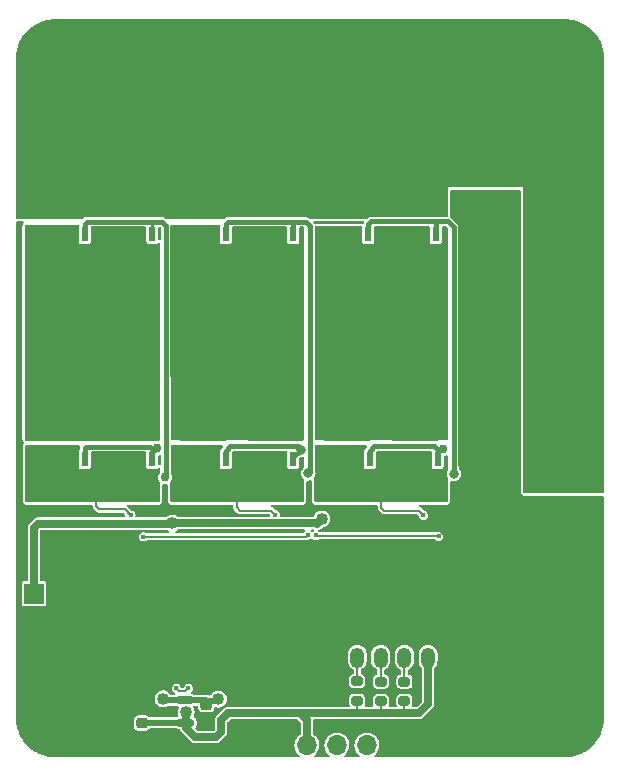
<source format=gbr>
%TF.GenerationSoftware,KiCad,Pcbnew,(6.0.1)*%
%TF.CreationDate,2022-02-15T00:41:15-08:00*%
%TF.ProjectId,OpenMC,4f70656e-4d43-42e6-9b69-6361645f7063,rev?*%
%TF.SameCoordinates,Original*%
%TF.FileFunction,Copper,L1,Top*%
%TF.FilePolarity,Positive*%
%FSLAX46Y46*%
G04 Gerber Fmt 4.6, Leading zero omitted, Abs format (unit mm)*
G04 Created by KiCad (PCBNEW (6.0.1)) date 2022-02-15 00:41:15*
%MOMM*%
%LPD*%
G01*
G04 APERTURE LIST*
G04 Aperture macros list*
%AMRoundRect*
0 Rectangle with rounded corners*
0 $1 Rounding radius*
0 $2 $3 $4 $5 $6 $7 $8 $9 X,Y pos of 4 corners*
0 Add a 4 corners polygon primitive as box body*
4,1,4,$2,$3,$4,$5,$6,$7,$8,$9,$2,$3,0*
0 Add four circle primitives for the rounded corners*
1,1,$1+$1,$2,$3*
1,1,$1+$1,$4,$5*
1,1,$1+$1,$6,$7*
1,1,$1+$1,$8,$9*
0 Add four rect primitives between the rounded corners*
20,1,$1+$1,$2,$3,$4,$5,0*
20,1,$1+$1,$4,$5,$6,$7,0*
20,1,$1+$1,$6,$7,$8,$9,0*
20,1,$1+$1,$8,$9,$2,$3,0*%
G04 Aperture macros list end*
%TA.AperFunction,SMDPad,CuDef*%
%ADD10R,0.610000X1.270000*%
%TD*%
%TA.AperFunction,SMDPad,CuDef*%
%ADD11R,0.610000X1.020000*%
%TD*%
%TA.AperFunction,SMDPad,CuDef*%
%ADD12R,3.910000X3.810000*%
%TD*%
%TA.AperFunction,SMDPad,CuDef*%
%ADD13R,3.250000X1.550000*%
%TD*%
%TA.AperFunction,SMDPad,CuDef*%
%ADD14RoundRect,0.225000X0.250000X-0.225000X0.250000X0.225000X-0.250000X0.225000X-0.250000X-0.225000X0*%
%TD*%
%TA.AperFunction,ComponentPad*%
%ADD15C,10.160000*%
%TD*%
%TA.AperFunction,SMDPad,CuDef*%
%ADD16RoundRect,0.200000X0.275000X-0.200000X0.275000X0.200000X-0.275000X0.200000X-0.275000X-0.200000X0*%
%TD*%
%TA.AperFunction,SMDPad,CuDef*%
%ADD17RoundRect,0.225000X-0.250000X0.225000X-0.250000X-0.225000X0.250000X-0.225000X0.250000X0.225000X0*%
%TD*%
%TA.AperFunction,ComponentPad*%
%ADD18R,1.700000X1.700000*%
%TD*%
%TA.AperFunction,ComponentPad*%
%ADD19O,1.700000X1.700000*%
%TD*%
%TA.AperFunction,SMDPad,CuDef*%
%ADD20RoundRect,0.150000X0.587500X0.150000X-0.587500X0.150000X-0.587500X-0.150000X0.587500X-0.150000X0*%
%TD*%
%TA.AperFunction,ComponentPad*%
%ADD21C,2.580000*%
%TD*%
%TA.AperFunction,ComponentPad*%
%ADD22C,3.150000*%
%TD*%
%TA.AperFunction,ComponentPad*%
%ADD23C,1.600000*%
%TD*%
%TA.AperFunction,ComponentPad*%
%ADD24RoundRect,0.250000X-0.350000X-0.625000X0.350000X-0.625000X0.350000X0.625000X-0.350000X0.625000X0*%
%TD*%
%TA.AperFunction,ComponentPad*%
%ADD25O,1.200000X1.750000*%
%TD*%
%TA.AperFunction,ViaPad*%
%ADD26C,0.381000*%
%TD*%
%TA.AperFunction,ViaPad*%
%ADD27C,0.800000*%
%TD*%
%TA.AperFunction,ViaPad*%
%ADD28C,0.762000*%
%TD*%
%TA.AperFunction,ViaPad*%
%ADD29C,1.016000*%
%TD*%
%TA.AperFunction,Conductor*%
%ADD30C,0.381000*%
%TD*%
%TA.AperFunction,Conductor*%
%ADD31C,0.250000*%
%TD*%
%TA.AperFunction,Conductor*%
%ADD32C,0.203200*%
%TD*%
%TA.AperFunction,Conductor*%
%ADD33C,0.635000*%
%TD*%
%TA.AperFunction,Conductor*%
%ADD34C,0.508000*%
%TD*%
%TA.AperFunction,Conductor*%
%ADD35C,0.762000*%
%TD*%
G04 APERTURE END LIST*
D10*
%TO.P,Q2,1,S*%
%TO.N,/Driver FETs/ISA*%
X147967400Y-121542000D03*
%TO.P,Q2,2,S*%
X149237400Y-121542000D03*
%TO.P,Q2,3,S*%
X150507400Y-121542000D03*
%TO.P,Q2,4,G*%
%TO.N,/Driver FETs/AL*%
X151777400Y-121542000D03*
D11*
%TO.P,Q2,5,D*%
%TO.N,/A*%
X147967400Y-116077000D03*
X150507400Y-116077000D03*
X151777400Y-116077000D03*
D12*
X149872400Y-118182000D03*
D11*
X149237400Y-116077000D03*
%TD*%
D10*
%TO.P,Q11,1,S*%
%TO.N,/C*%
X123825000Y-102492000D03*
%TO.P,Q11,2,S*%
X125095000Y-102492000D03*
%TO.P,Q11,3,S*%
X126365000Y-102492000D03*
%TO.P,Q11,4,G*%
%TO.N,/Driver FETs/CH*%
X127635000Y-102492000D03*
D12*
%TO.P,Q11,5,D*%
%TO.N,+BATT*%
X125730000Y-99132000D03*
D11*
X125095000Y-97027000D03*
X126365000Y-97027000D03*
X123825000Y-97027000D03*
X127635000Y-97027000D03*
%TD*%
D13*
%TO.P,R1,1*%
%TO.N,Earth*%
X147015200Y-129392800D03*
%TO.P,R1,2*%
%TO.N,/Driver FETs/ISA*%
X147015200Y-123692800D03*
%TD*%
D14*
%TO.P,C13,1*%
%TO.N,/VDD*%
X126746000Y-143904000D03*
%TO.P,C13,2*%
%TO.N,Earth*%
X126746000Y-142354000D03*
%TD*%
D10*
%TO.P,Q1,1,S*%
%TO.N,/A*%
X142100000Y-102492000D03*
%TO.P,Q1,2,S*%
X143370000Y-102492000D03*
%TO.P,Q1,3,S*%
X144640000Y-102492000D03*
%TO.P,Q1,4,G*%
%TO.N,/Driver FETs/AH*%
X145910000Y-102492000D03*
D12*
%TO.P,Q1,5,D*%
%TO.N,+BATT*%
X144005000Y-99132000D03*
D11*
X142100000Y-97027000D03*
X144640000Y-97027000D03*
X143370000Y-97027000D03*
X145910000Y-97027000D03*
%TD*%
D15*
%TO.P,J1,1,Pin_1*%
%TO.N,/A*%
X146926000Y-109179600D03*
%TD*%
D16*
%TO.P,R13,1*%
%TO.N,/VDD*%
X144957800Y-142023600D03*
%TO.P,R13,2*%
%TO.N,/Controller/HALL_A*%
X144957800Y-140373600D03*
%TD*%
D15*
%TO.P,J5,1,Pin_1*%
%TO.N,Earth*%
X159258000Y-133350000D03*
%TD*%
D16*
%TO.P,R8,1*%
%TO.N,/VDD*%
X148971000Y-142049000D03*
%TO.P,R8,2*%
%TO.N,/Controller/HALL_C*%
X148971000Y-140399000D03*
%TD*%
D10*
%TO.P,Q9,1,S*%
%TO.N,/C*%
X118084600Y-102492000D03*
%TO.P,Q9,2,S*%
X119354600Y-102492000D03*
%TO.P,Q9,3,S*%
X120624600Y-102492000D03*
%TO.P,Q9,4,G*%
%TO.N,/Driver FETs/CH*%
X121894600Y-102492000D03*
D12*
%TO.P,Q9,5,D*%
%TO.N,+BATT*%
X119989600Y-99132000D03*
D11*
X121894600Y-97027000D03*
X118084600Y-97027000D03*
X119354600Y-97027000D03*
X120624600Y-97027000D03*
%TD*%
D10*
%TO.P,Q3,1,S*%
%TO.N,/A*%
X147815000Y-102492000D03*
%TO.P,Q3,2,S*%
X149085000Y-102492000D03*
%TO.P,Q3,3,S*%
X150355000Y-102492000D03*
%TO.P,Q3,4,G*%
%TO.N,/Driver FETs/AH*%
X151625000Y-102492000D03*
D11*
%TO.P,Q3,5,D*%
%TO.N,+BATT*%
X149085000Y-97027000D03*
D12*
X149720000Y-99132000D03*
D11*
X151625000Y-97027000D03*
X150355000Y-97027000D03*
X147815000Y-97027000D03*
%TD*%
D10*
%TO.P,Q8,1,S*%
%TO.N,/Driver FETs/ISB*%
X130035000Y-121542000D03*
%TO.P,Q8,2,S*%
X131305000Y-121542000D03*
%TO.P,Q8,3,S*%
X132575000Y-121542000D03*
%TO.P,Q8,4,G*%
%TO.N,/Driver FETs/BL*%
X133845000Y-121542000D03*
D11*
%TO.P,Q8,5,D*%
%TO.N,/B*%
X131305000Y-116077000D03*
D12*
X131940000Y-118182000D03*
D11*
X133845000Y-116077000D03*
X132575000Y-116077000D03*
X130035000Y-116077000D03*
%TD*%
D17*
%TO.P,C9,1*%
%TO.N,/Controller/VBUS*%
X132207000Y-142354000D03*
%TO.P,C9,2*%
%TO.N,Earth*%
X132207000Y-143904000D03*
%TD*%
D15*
%TO.P,J2,1,Pin_1*%
%TO.N,/B*%
X134734000Y-109194600D03*
%TD*%
D13*
%TO.P,R3,1*%
%TO.N,Earth*%
X122885200Y-129443600D03*
%TO.P,R3,2*%
%TO.N,/Driver FETs/ISC*%
X122885200Y-123743600D03*
%TD*%
D10*
%TO.P,Q6,1,S*%
%TO.N,/Driver FETs/ISB*%
X135724600Y-121542000D03*
%TO.P,Q6,2,S*%
X136994600Y-121542000D03*
%TO.P,Q6,3,S*%
X138264600Y-121542000D03*
%TO.P,Q6,4,G*%
%TO.N,/Driver FETs/BL*%
X139534600Y-121542000D03*
D11*
%TO.P,Q6,5,D*%
%TO.N,/B*%
X135724600Y-116077000D03*
X139534600Y-116077000D03*
X136994600Y-116077000D03*
D12*
X137629600Y-118182000D03*
D11*
X138264600Y-116077000D03*
%TD*%
D13*
%TO.P,R2,1*%
%TO.N,Earth*%
X134772400Y-129443600D03*
%TO.P,R2,2*%
%TO.N,/Driver FETs/ISB*%
X134772400Y-123743600D03*
%TD*%
D10*
%TO.P,Q4,1,S*%
%TO.N,/Driver FETs/ISA*%
X142227000Y-121542000D03*
%TO.P,Q4,2,S*%
X143497000Y-121542000D03*
%TO.P,Q4,3,S*%
X144767000Y-121542000D03*
%TO.P,Q4,4,G*%
%TO.N,/Driver FETs/AL*%
X146037000Y-121542000D03*
D11*
%TO.P,Q4,5,D*%
%TO.N,/A*%
X142227000Y-116077000D03*
X143497000Y-116077000D03*
X144767000Y-116077000D03*
D12*
X144132000Y-118182000D03*
D11*
X146037000Y-116077000D03*
%TD*%
D10*
%TO.P,Q10,1,S*%
%TO.N,/Driver FETs/ISC*%
X123812000Y-121564400D03*
%TO.P,Q10,2,S*%
X125082000Y-121564400D03*
%TO.P,Q10,3,S*%
X126352000Y-121564400D03*
%TO.P,Q10,4,G*%
%TO.N,/Driver FETs/CL*%
X127622000Y-121564400D03*
D12*
%TO.P,Q10,5,D*%
%TO.N,/C*%
X125717000Y-118204400D03*
D11*
X123812000Y-116099400D03*
X125082000Y-116099400D03*
X126352000Y-116099400D03*
X127622000Y-116099400D03*
%TD*%
D10*
%TO.P,Q12,1,S*%
%TO.N,/Driver FETs/ISC*%
X118097000Y-121564400D03*
%TO.P,Q12,2,S*%
X119367000Y-121564400D03*
%TO.P,Q12,3,S*%
X120637000Y-121564400D03*
%TO.P,Q12,4,G*%
%TO.N,/Driver FETs/CL*%
X121907000Y-121564400D03*
D12*
%TO.P,Q12,5,D*%
%TO.N,/C*%
X120002000Y-118204400D03*
D11*
X121907000Y-116099400D03*
X120637000Y-116099400D03*
X118097000Y-116099400D03*
X119367000Y-116099400D03*
%TD*%
D16*
%TO.P,R11,1*%
%TO.N,/VDD*%
X146989800Y-142049000D03*
%TO.P,R11,2*%
%TO.N,/Controller/HALL_B*%
X146989800Y-140399000D03*
%TD*%
D18*
%TO.P,J9,1,Pin_1*%
%TO.N,/Pre-Driver/V_{DRIVE}*%
X117602000Y-132969000D03*
%TD*%
D10*
%TO.P,Q5,1,S*%
%TO.N,/B*%
X130035000Y-102514400D03*
%TO.P,Q5,2,S*%
X131305000Y-102514400D03*
%TO.P,Q5,3,S*%
X132575000Y-102514400D03*
%TO.P,Q5,4,G*%
%TO.N,/Driver FETs/BH*%
X133845000Y-102514400D03*
D11*
%TO.P,Q5,5,D*%
%TO.N,+BATT*%
X130035000Y-97049400D03*
D12*
X131940000Y-99154400D03*
D11*
X132575000Y-97049400D03*
X133845000Y-97049400D03*
X131305000Y-97049400D03*
%TD*%
D10*
%TO.P,Q7,1,S*%
%TO.N,/B*%
X135750000Y-102514400D03*
%TO.P,Q7,2,S*%
X137020000Y-102514400D03*
%TO.P,Q7,3,S*%
X138290000Y-102514400D03*
%TO.P,Q7,4,G*%
%TO.N,/Driver FETs/BH*%
X139560000Y-102514400D03*
D11*
%TO.P,Q7,5,D*%
%TO.N,+BATT*%
X135750000Y-97049400D03*
D12*
X137655000Y-99154400D03*
D11*
X137020000Y-97049400D03*
X138290000Y-97049400D03*
X139560000Y-97049400D03*
%TD*%
D18*
%TO.P,J4,1,Pin_1*%
%TO.N,Earth*%
X148336000Y-145796000D03*
D19*
%TO.P,J4,2,Pin_2*%
%TO.N,/Controller/SCL*%
X145796000Y-145796000D03*
%TO.P,J4,3,Pin_3*%
%TO.N,/Controller/SDA*%
X143256000Y-145796000D03*
%TO.P,J4,4,Pin_4*%
%TO.N,/VDD*%
X140716000Y-145796000D03*
%TD*%
D20*
%TO.P,U4,1,VO*%
%TO.N,/VDD*%
X130429000Y-143891000D03*
%TO.P,U4,2,VI*%
%TO.N,/Controller/VBUS*%
X130429000Y-141991000D03*
%TO.P,U4,3,GND*%
%TO.N,Earth*%
X128554000Y-142941000D03*
%TD*%
D15*
%TO.P,J3,1,Pin_1*%
%TO.N,+BATT*%
X158877000Y-91186000D03*
%TD*%
%TO.P,J6,1,Pin_1*%
%TO.N,/C*%
X122669000Y-109194600D03*
%TD*%
D21*
%TO.P,J8,MH1,MH1*%
%TO.N,Earth*%
X135541000Y-141162000D03*
D22*
%TO.P,J8,MH2,MH2*%
X135541000Y-145162000D03*
D21*
%TO.P,J8,MH3,MH3*%
X124301000Y-141162000D03*
D22*
%TO.P,J8,MH4,MH4*%
X124301000Y-145162000D03*
%TD*%
D23*
%TO.P,C8,1*%
%TO.N,+BATT*%
X160304800Y-101727000D03*
%TO.P,C8,2*%
%TO.N,Earth*%
X157804800Y-101727000D03*
%TD*%
%TO.P,C4,1*%
%TO.N,+BATT*%
X160254000Y-108585000D03*
%TO.P,C4,2*%
%TO.N,Earth*%
X157754000Y-108585000D03*
%TD*%
%TO.P,C6,1*%
%TO.N,+BATT*%
X160254000Y-122301000D03*
%TO.P,C6,2*%
%TO.N,Earth*%
X157754000Y-122301000D03*
%TD*%
%TO.P,C7,1*%
%TO.N,+BATT*%
X160254000Y-115443000D03*
%TO.P,C7,2*%
%TO.N,Earth*%
X157754000Y-115443000D03*
%TD*%
D24*
%TO.P,J7,1,Pin_1*%
%TO.N,Earth*%
X142964400Y-138370400D03*
D25*
%TO.P,J7,2,Pin_2*%
%TO.N,/Controller/HALL_A*%
X144964400Y-138370400D03*
%TO.P,J7,3,Pin_3*%
%TO.N,/Controller/HALL_B*%
X146964400Y-138370400D03*
%TO.P,J7,4,Pin_4*%
%TO.N,/Controller/HALL_C*%
X148964400Y-138370400D03*
%TO.P,J7,5,Pin_5*%
%TO.N,/VDD*%
X150964400Y-138370400D03*
%TD*%
D26*
%TO.N,Earth*%
X131495800Y-133858000D03*
D27*
%TO.N,+BATT*%
X126606000Y-100304600D03*
X126606000Y-98526600D03*
X137655000Y-97637600D03*
X119113000Y-99415600D03*
X132829000Y-99415600D03*
X148831000Y-100304600D03*
X144005000Y-97637600D03*
X118224000Y-100304600D03*
X131051000Y-100304600D03*
X136766000Y-97637600D03*
X125717000Y-99415600D03*
X139433000Y-99415600D03*
X138544000Y-97637600D03*
X127495000Y-99415600D03*
X126606000Y-97637600D03*
X131051000Y-98526600D03*
X132829000Y-100304600D03*
X151498000Y-99415600D03*
X124828000Y-97637600D03*
X147942000Y-98526600D03*
X144005000Y-99415600D03*
X127495000Y-97637600D03*
X119113000Y-97637600D03*
X133718000Y-97637600D03*
X137655000Y-100304600D03*
X148831000Y-97637600D03*
X144005000Y-98526600D03*
X131940000Y-99415600D03*
X118224000Y-98526600D03*
X119113000Y-100304600D03*
X131051000Y-97637600D03*
X133718000Y-100304600D03*
X136766000Y-99415600D03*
X118224000Y-99415600D03*
X127495000Y-100304600D03*
X144894000Y-99415600D03*
X145783000Y-98526600D03*
X137655000Y-99415600D03*
X123939000Y-98526600D03*
X143116000Y-100304600D03*
X143116000Y-97637600D03*
X118224000Y-97637600D03*
X124828000Y-98526600D03*
X149720000Y-98526600D03*
X149720000Y-97637600D03*
X133718000Y-98526600D03*
X150609000Y-97637600D03*
X144894000Y-100304600D03*
X121780000Y-98526600D03*
X143116000Y-98526600D03*
X145783000Y-99415600D03*
X120891000Y-98526600D03*
X120002000Y-98526600D03*
X135877000Y-98526600D03*
X138544000Y-99415600D03*
X150609000Y-100304600D03*
X144894000Y-97637600D03*
X123939000Y-99415600D03*
X142227000Y-99415600D03*
X125717000Y-97637600D03*
X149720000Y-99415600D03*
X139433000Y-97637600D03*
X120002000Y-100304600D03*
X148831000Y-98526600D03*
X125717000Y-100304600D03*
X142227000Y-100304600D03*
X121780000Y-99415600D03*
X123939000Y-100304600D03*
X136766000Y-100304600D03*
X130162000Y-98526600D03*
X149720000Y-100304600D03*
X150609000Y-98526600D03*
X124828000Y-100304600D03*
X143116000Y-99415600D03*
X133718000Y-99415600D03*
X145783000Y-100304600D03*
X130162000Y-97637600D03*
X139433000Y-100304600D03*
X147942000Y-99415600D03*
X131940000Y-97637600D03*
X132829000Y-98526600D03*
X126606000Y-99415600D03*
X136766000Y-98526600D03*
X142227000Y-98526600D03*
X151498000Y-97637600D03*
X144005000Y-100304600D03*
X135877000Y-100304600D03*
X147942000Y-100304600D03*
X150609000Y-99415600D03*
X121780000Y-100304600D03*
X131940000Y-98526600D03*
X120002000Y-99415600D03*
X120891000Y-99415600D03*
X138544000Y-98526600D03*
X142227000Y-97637600D03*
X120002000Y-97637600D03*
X139433000Y-98526600D03*
X147942000Y-97637600D03*
X137655000Y-98526600D03*
X123939000Y-97637600D03*
X131940000Y-100304600D03*
X125717000Y-98526600D03*
X121780000Y-97637600D03*
X135877000Y-99415600D03*
X132829000Y-97637600D03*
X151498000Y-98526600D03*
X120891000Y-97637600D03*
X130162000Y-99415600D03*
X135877000Y-97637600D03*
X124828000Y-99415600D03*
X144894000Y-98526600D03*
X138544000Y-100304600D03*
X130162000Y-100304600D03*
X120891000Y-100304600D03*
X119113000Y-98526600D03*
X151498000Y-100304600D03*
X148831000Y-99415600D03*
X127495000Y-98526600D03*
X131051000Y-99415600D03*
X145783000Y-97637600D03*
D26*
%TO.N,Earth*%
X146710400Y-133908800D03*
X135762999Y-135254999D03*
X146227800Y-130606800D03*
X138048999Y-133730999D03*
X138810999Y-136016999D03*
X137286999Y-135254999D03*
X136524999Y-134492999D03*
X137286999Y-136778999D03*
X135762999Y-136016999D03*
X137286999Y-133730999D03*
X138810999Y-134492999D03*
X138810999Y-133730999D03*
X135762999Y-134492999D03*
X135762999Y-136778999D03*
X137286999Y-136016999D03*
X135762999Y-133730999D03*
X138048999Y-135254999D03*
X138048999Y-136016999D03*
X137286999Y-134492999D03*
X138810999Y-135254999D03*
X138048999Y-134492999D03*
X136524999Y-136778999D03*
X136524999Y-135254999D03*
X136524999Y-136016999D03*
X138048999Y-136778999D03*
X138810999Y-136778999D03*
X139903200Y-130124200D03*
X136524999Y-133730999D03*
D28*
%TO.N,/Driver FETs/AL*%
X152273000Y-120726200D03*
D27*
%TO.N,/Driver FETs/BL*%
X140176800Y-120777000D03*
D28*
%TO.N,/Driver FETs/CL*%
X127984800Y-120650000D03*
%TO.N,/Driver FETs/CH*%
X128701800Y-123113800D03*
D27*
%TO.N,/Driver FETs/BH*%
X140830000Y-122783600D03*
%TO.N,/Driver FETs/AH*%
X153162000Y-122809000D03*
D29*
%TO.N,/C*%
X117348000Y-110871000D03*
X125349000Y-105156000D03*
X125349000Y-114300000D03*
X118491000Y-110871000D03*
D27*
X127495000Y-118592600D03*
X126606000Y-118592600D03*
D29*
X124206000Y-104013000D03*
D27*
X127495000Y-116814600D03*
D29*
X123063000Y-113157000D03*
X126492000Y-104013000D03*
X124206000Y-114300000D03*
D27*
X119113000Y-118592600D03*
D29*
X117348000Y-106299000D03*
D27*
X123939000Y-116814600D03*
D29*
X124206000Y-113157000D03*
X126492000Y-114300000D03*
D27*
X121780000Y-119481600D03*
D29*
X124206000Y-105156000D03*
X126492000Y-109728000D03*
X118491000Y-107442000D03*
D27*
X126606000Y-116814600D03*
D29*
X120777000Y-105156000D03*
X127635000Y-113157000D03*
X121920000Y-113157000D03*
X118491000Y-105156000D03*
D27*
X120002000Y-117703600D03*
X120891000Y-116814600D03*
D29*
X118491000Y-113157000D03*
X127635000Y-112014000D03*
X123063000Y-104013000D03*
X117348000Y-107442000D03*
X126492000Y-106299000D03*
X127635000Y-106299000D03*
D27*
X118224000Y-116814600D03*
D29*
X127635000Y-114300000D03*
D27*
X121780000Y-116814600D03*
D29*
X118491000Y-108585000D03*
X127635000Y-104013000D03*
X126492000Y-110871000D03*
X127635000Y-105156000D03*
D27*
X124828000Y-119481600D03*
X120891000Y-118592600D03*
X119113000Y-119481600D03*
X125717000Y-116814600D03*
D29*
X120777000Y-114300000D03*
X127635000Y-110871000D03*
X118491000Y-114300000D03*
X117348000Y-108585000D03*
D27*
X118224000Y-118592600D03*
D29*
X119634000Y-105156000D03*
D27*
X120891000Y-117703600D03*
X127495000Y-119481600D03*
D29*
X118491000Y-112014000D03*
X126492000Y-105156000D03*
X117348000Y-114300000D03*
D27*
X120002000Y-116814600D03*
X125717000Y-118592600D03*
X119113000Y-117703600D03*
D29*
X126492000Y-113157000D03*
D27*
X125717000Y-119481600D03*
X120002000Y-119481600D03*
D29*
X127635000Y-108585000D03*
X117348000Y-109728000D03*
D27*
X120002000Y-118592600D03*
D29*
X127635000Y-109728000D03*
D27*
X118224000Y-119481600D03*
D29*
X120777000Y-104013000D03*
D27*
X118224000Y-117703600D03*
D29*
X125349000Y-113157000D03*
X119634000Y-113157000D03*
D27*
X126606000Y-117703600D03*
D29*
X121920000Y-105156000D03*
X118491000Y-106299000D03*
X125349000Y-104013000D03*
D27*
X124828000Y-118592600D03*
D29*
X126492000Y-108585000D03*
D27*
X123939000Y-119481600D03*
D29*
X117348000Y-105156000D03*
X120777000Y-113157000D03*
D27*
X125717000Y-117703600D03*
X127495000Y-117703600D03*
D29*
X118491000Y-109728000D03*
X117348000Y-104013000D03*
X121920000Y-114300000D03*
D27*
X124828000Y-117703600D03*
X123939000Y-117703600D03*
D29*
X118491000Y-104013000D03*
D27*
X123939000Y-118592600D03*
X121780000Y-118592600D03*
X119113000Y-116814600D03*
D29*
X121920000Y-104013000D03*
X123063000Y-114300000D03*
D27*
X124828000Y-116814600D03*
D29*
X119634000Y-114300000D03*
X126492000Y-112014000D03*
X123063000Y-105156000D03*
D27*
X126606000Y-119481600D03*
X121780000Y-117703600D03*
D29*
X126492000Y-107442000D03*
X117348000Y-113157000D03*
D27*
X120891000Y-119481600D03*
D29*
X119634000Y-104013000D03*
X117348000Y-112014000D03*
X127635000Y-107442000D03*
D27*
%TO.N,/B*%
X138544000Y-117703600D03*
D29*
X133096000Y-104013000D03*
D27*
X130162000Y-116814600D03*
X130162000Y-119481600D03*
D29*
X135382000Y-105156000D03*
D27*
X133718000Y-118592600D03*
D29*
X134239000Y-113157000D03*
X130810000Y-106299000D03*
D27*
X138544000Y-116814600D03*
D29*
X129667000Y-113157000D03*
X139954000Y-113157000D03*
D27*
X131940000Y-116814600D03*
D29*
X137668000Y-104013000D03*
D27*
X138544000Y-118592600D03*
D29*
X138811000Y-106299000D03*
X129667000Y-108585000D03*
X129667000Y-112014000D03*
D27*
X133718000Y-119481600D03*
X135877000Y-118592600D03*
D29*
X139954000Y-110871000D03*
X133096000Y-113157000D03*
X139954000Y-112014000D03*
X135382000Y-114300000D03*
X129667000Y-107442000D03*
X136525000Y-104013000D03*
D27*
X133718000Y-117703600D03*
D29*
X135382000Y-104013000D03*
X138811000Y-114300000D03*
X139954000Y-104013000D03*
D27*
X137655000Y-117703600D03*
X137655000Y-118592600D03*
D29*
X136525000Y-113157000D03*
X138811000Y-105156000D03*
D27*
X131940000Y-118592600D03*
D29*
X138811000Y-107442000D03*
X129667000Y-104013000D03*
X130810000Y-110871000D03*
D27*
X136766000Y-116814600D03*
D29*
X134239000Y-105156000D03*
D27*
X139433000Y-117703600D03*
D29*
X129667000Y-109728000D03*
X130810000Y-107442000D03*
D27*
X131051000Y-117703600D03*
D29*
X138811000Y-109728000D03*
D27*
X135877000Y-119481600D03*
D29*
X131953000Y-113157000D03*
D27*
X131051000Y-119481600D03*
X131940000Y-117703600D03*
D29*
X138811000Y-104013000D03*
D27*
X136766000Y-118592600D03*
D29*
X130810000Y-104013000D03*
X137668000Y-105156000D03*
X137668000Y-114300000D03*
D27*
X139433000Y-118592600D03*
D29*
X134239000Y-114300000D03*
X133096000Y-105156000D03*
X129667000Y-110871000D03*
X130810000Y-113157000D03*
X133096000Y-114300000D03*
X137668000Y-113157000D03*
X129667000Y-106299000D03*
X138811000Y-112014000D03*
X139954000Y-114300000D03*
D27*
X132829000Y-119481600D03*
X132829000Y-116814600D03*
D29*
X135382000Y-113157000D03*
D27*
X135877000Y-117703600D03*
D29*
X134239000Y-104013000D03*
X130810000Y-112014000D03*
X138811000Y-108585000D03*
X139954000Y-105156000D03*
X130810000Y-108585000D03*
X139954000Y-108585000D03*
D27*
X133718000Y-116814600D03*
D29*
X131953000Y-114300000D03*
D27*
X137655000Y-116814600D03*
D29*
X130810000Y-114300000D03*
X129667000Y-114300000D03*
D27*
X139433000Y-116814600D03*
D29*
X138811000Y-113157000D03*
X139954000Y-106299000D03*
D27*
X135877000Y-116814600D03*
D29*
X130810000Y-105156000D03*
D27*
X132829000Y-117703600D03*
D29*
X131953000Y-105156000D03*
D27*
X131051000Y-116814600D03*
D29*
X136525000Y-105156000D03*
D27*
X139433000Y-119481600D03*
X138544000Y-119481600D03*
X136766000Y-117703600D03*
D29*
X130810000Y-109728000D03*
D27*
X137655000Y-119481600D03*
X136766000Y-119481600D03*
X132829000Y-118592600D03*
D29*
X131953000Y-104013000D03*
D27*
X130162000Y-118592600D03*
D29*
X139954000Y-109728000D03*
D27*
X130162000Y-117703600D03*
D29*
X138811000Y-110871000D03*
X139954000Y-107442000D03*
X136525000Y-114300000D03*
D27*
X131940000Y-119481600D03*
D29*
X129667000Y-105156000D03*
D27*
X131051000Y-118592600D03*
D29*
%TO.N,/A*%
X141986000Y-109220000D03*
D27*
X148958000Y-119481600D03*
D29*
X149606000Y-105410000D03*
X143256000Y-113030000D03*
D27*
X150736000Y-119481600D03*
X151625000Y-116814600D03*
D29*
X150876000Y-107950000D03*
X152146000Y-106680000D03*
X148336000Y-113030000D03*
D27*
X145910000Y-117703600D03*
X148958000Y-116814600D03*
D29*
X152146000Y-110490000D03*
X152146000Y-107950000D03*
X143256000Y-114300000D03*
X150876000Y-110490000D03*
X144526000Y-104140000D03*
D27*
X145021000Y-117703600D03*
D29*
X150876000Y-106680000D03*
X141986000Y-111760000D03*
X150876000Y-104140000D03*
D27*
X151625000Y-118592600D03*
D29*
X147066000Y-105410000D03*
D27*
X142354000Y-118592600D03*
X145021000Y-118592600D03*
D29*
X145796000Y-105410000D03*
D27*
X149847000Y-116814600D03*
X144132000Y-117703600D03*
X150736000Y-117703600D03*
X150736000Y-118592600D03*
X144132000Y-119481600D03*
D29*
X152146000Y-113030000D03*
D27*
X148958000Y-117703600D03*
X148069000Y-116814600D03*
D29*
X152146000Y-114300000D03*
D27*
X145021000Y-116814600D03*
D29*
X144526000Y-114300000D03*
X147066000Y-113030000D03*
D27*
X149847000Y-117703600D03*
X142354000Y-116814600D03*
X148069000Y-119481600D03*
D29*
X141986000Y-114300000D03*
D27*
X142354000Y-119481600D03*
X145910000Y-116814600D03*
D29*
X145796000Y-113030000D03*
X147066000Y-104140000D03*
X143256000Y-111760000D03*
D27*
X148069000Y-117703600D03*
X145910000Y-118592600D03*
X144132000Y-116814600D03*
D29*
X148336000Y-105410000D03*
D27*
X151625000Y-117703600D03*
D29*
X141986000Y-107950000D03*
D27*
X144132000Y-118592600D03*
D29*
X144526000Y-105410000D03*
X149606000Y-114300000D03*
D27*
X149847000Y-118592600D03*
X148069000Y-118592600D03*
D29*
X152146000Y-109220000D03*
X149606000Y-113030000D03*
X141986000Y-105410000D03*
X145796000Y-104140000D03*
X150876000Y-109220000D03*
X141986000Y-110490000D03*
D27*
X143243000Y-119481600D03*
X145021000Y-119481600D03*
X143243000Y-117703600D03*
D29*
X141986000Y-104140000D03*
X150876000Y-105410000D03*
X152146000Y-105410000D03*
X143256000Y-109220000D03*
X150876000Y-111760000D03*
X141986000Y-106680000D03*
D27*
X149847000Y-119481600D03*
D29*
X141986000Y-113030000D03*
D27*
X143243000Y-118592600D03*
D29*
X143256000Y-106680000D03*
X148336000Y-114300000D03*
X150876000Y-113030000D03*
X143256000Y-107950000D03*
X148336000Y-104140000D03*
X152146000Y-104140000D03*
X145796000Y-114300000D03*
D27*
X142354000Y-117703600D03*
D29*
X150876000Y-114300000D03*
D27*
X143243000Y-116814600D03*
D29*
X143256000Y-104140000D03*
D27*
X148958000Y-118592600D03*
X150736000Y-116814600D03*
D29*
X144526000Y-113030000D03*
D27*
X145910000Y-119481600D03*
D29*
X143256000Y-110490000D03*
D27*
X151625000Y-119481600D03*
D29*
X149606000Y-104140000D03*
X152146000Y-111760000D03*
X147066000Y-114300000D03*
X143256000Y-105410000D03*
%TO.N,/VDD*%
X130479800Y-143002000D03*
%TO.N,/Pre-Driver/V_{DRIVE}*%
X129311400Y-127000000D03*
D26*
X141960600Y-126644400D03*
D29*
X141960600Y-126644400D03*
D26*
%TO.N,/Controller/I_{SENSE}A*%
X151866600Y-128117600D03*
X141486231Y-128034345D03*
%TO.N,/Controller/D-*%
X130683000Y-140970000D03*
X129667000Y-140970000D03*
D29*
%TO.N,/Controller/VBUS*%
X133217000Y-141889000D03*
X128524000Y-141859000D03*
D26*
%TO.N,/Controller/I_{SENSE}C*%
X126873000Y-128143000D03*
X140792200Y-127990600D03*
%TO.N,/Driver FETs/ISA*%
X150571200Y-126313700D03*
%TO.N,/Driver FETs/ISB*%
X138023600Y-126288300D03*
%TO.N,/Driver FETs/ISC*%
X125806200Y-126313700D03*
%TD*%
D30*
%TO.N,/Driver FETs/CH*%
X128765789Y-101790989D02*
X128765789Y-102780611D01*
X127933789Y-101466989D02*
X128441789Y-101466989D01*
X128441789Y-101466989D02*
X128765789Y-101790989D01*
X127933789Y-101466989D02*
X128149389Y-101466989D01*
X126574211Y-101466989D02*
X127933789Y-101466989D01*
X126574211Y-101466989D02*
X123983411Y-101466989D01*
X121894600Y-101625400D02*
X121894600Y-102492000D01*
X122053011Y-101466989D02*
X121894600Y-101625400D01*
X123983411Y-101466989D02*
X122053011Y-101466989D01*
X123983411Y-101466989D02*
X122994611Y-101466989D01*
%TO.N,/Driver FETs/BH*%
X133845000Y-101689200D02*
X133845000Y-102514400D01*
X134061200Y-101473000D02*
X133845000Y-101689200D01*
X139496800Y-101473000D02*
X134061200Y-101473000D01*
X139560000Y-101536200D02*
X139496800Y-101473000D01*
X139560000Y-102514400D02*
X139560000Y-101536200D01*
X139496800Y-101473000D02*
X140601400Y-101473000D01*
X140970000Y-101841600D02*
X140970000Y-122643600D01*
X140601400Y-101473000D02*
X140970000Y-101841600D01*
X140970000Y-122643600D02*
X140830000Y-122783600D01*
D31*
%TO.N,/Driver FETs/CH*%
X127635000Y-102593600D02*
X127635000Y-101625400D01*
X127635000Y-101625400D02*
X127728589Y-101531811D01*
D30*
X128765789Y-102780611D02*
X128765789Y-102083389D01*
X128765789Y-102780611D02*
X128765789Y-115303789D01*
D31*
%TO.N,/Driver FETs/AL*%
X151752000Y-121534600D02*
X151752000Y-121894600D01*
D30*
X151752000Y-120751600D02*
X151498000Y-120497600D01*
X152095200Y-120751600D02*
X151752000Y-120751600D01*
D31*
X146037000Y-121894600D02*
X146037000Y-121534600D01*
D30*
X146418000Y-120497600D02*
X146037000Y-120878600D01*
X151498000Y-120497600D02*
X146418000Y-120497600D01*
X152196800Y-120650000D02*
X152095200Y-120751600D01*
X146037000Y-120878600D02*
X146037000Y-121619600D01*
%TO.N,/Driver FETs/BL*%
X140176800Y-120745800D02*
X139928600Y-120497600D01*
D31*
X133845000Y-121894600D02*
X133845000Y-121534600D01*
D30*
X139928600Y-120497600D02*
X134226000Y-120497600D01*
X139534600Y-121542000D02*
X139534600Y-121419200D01*
X134226000Y-120497600D02*
X133845000Y-120878600D01*
X140176800Y-120777000D02*
X140176800Y-120745800D01*
X139534600Y-121419200D02*
X140176800Y-120777000D01*
X133845000Y-120878600D02*
X133845000Y-121619600D01*
%TO.N,/Driver FETs/CL*%
X127635000Y-120999800D02*
X127635000Y-121127378D01*
X127984800Y-120650000D02*
X127635000Y-120999800D01*
X123016000Y-120510600D02*
X122034000Y-120510600D01*
X127394000Y-120510600D02*
X127622000Y-120738600D01*
X127018222Y-120510600D02*
X126632000Y-120510600D01*
X121907000Y-120637600D02*
X121907000Y-121564400D01*
X126632000Y-120510600D02*
X127394000Y-120510600D01*
X122034000Y-120510600D02*
X121907000Y-120637600D01*
X127622000Y-120738600D02*
X127622000Y-121564400D01*
X126632000Y-120510600D02*
X123016000Y-120510600D01*
%TO.N,/Driver FETs/CH*%
X128651000Y-123164600D02*
X128701800Y-123113800D01*
X128778000Y-115316000D02*
X128778000Y-114685506D01*
X128765789Y-115303789D02*
X128778000Y-115316000D01*
X128701800Y-123113800D02*
X128778000Y-123037600D01*
X128778000Y-123037600D02*
X128778000Y-115316000D01*
D31*
%TO.N,/Driver FETs/BH*%
X133845000Y-102554600D02*
X133845000Y-102082600D01*
X139560000Y-101955600D02*
X139560000Y-102554600D01*
D30*
%TO.N,/Driver FETs/AH*%
X151625000Y-102554600D02*
X151625000Y-101574600D01*
X146164000Y-101447600D02*
X151498000Y-101447600D01*
X151625000Y-101574600D02*
X151498000Y-101447600D01*
X145910000Y-102554600D02*
X145910000Y-101701600D01*
D32*
X145910000Y-102554600D02*
X145910000Y-101955600D01*
D30*
X145910000Y-101701600D02*
X146164000Y-101447600D01*
X153149000Y-101955600D02*
X152641000Y-101447600D01*
X153162000Y-122809000D02*
X153162000Y-122275845D01*
X153162000Y-122275845D02*
X153149000Y-122262845D01*
X153149000Y-122262845D02*
X153149000Y-101955600D01*
X152641000Y-101447600D02*
X151498000Y-101447600D01*
D31*
X151625000Y-102082600D02*
X151625000Y-102554600D01*
D32*
%TO.N,/VDD*%
X144957800Y-142023600D02*
X144957800Y-142925800D01*
D33*
X139358389Y-143066789D02*
X145098789Y-143066789D01*
X149162789Y-143066789D02*
X150176211Y-143066789D01*
X134047211Y-143066789D02*
X139358389Y-143066789D01*
D32*
X144957800Y-142925800D02*
X145098789Y-143066789D01*
D33*
X145098789Y-143066789D02*
X146493211Y-143066789D01*
X131267200Y-145110200D02*
X132994400Y-145110200D01*
X132994400Y-145110200D02*
X133445789Y-144658811D01*
D32*
X146989800Y-142049000D02*
X146989800Y-142570200D01*
X148971000Y-142049000D02*
X148971000Y-142875000D01*
D34*
X126759000Y-143891000D02*
X126746000Y-143904000D01*
X130479800Y-143002000D02*
X130479800Y-143840200D01*
D32*
X146989800Y-143055378D02*
X147001211Y-143066789D01*
X148971000Y-142875000D02*
X149162789Y-143066789D01*
D33*
X133445789Y-144658811D02*
X133445789Y-143668211D01*
X140690600Y-143662400D02*
X140690600Y-145491200D01*
X133445789Y-143668211D02*
X134047211Y-143066789D01*
X147001211Y-143066789D02*
X149162789Y-143066789D01*
X150176211Y-143066789D02*
X150964400Y-142278600D01*
X146493211Y-143066789D02*
X147001211Y-143066789D01*
D34*
X130479800Y-143840200D02*
X130429000Y-143891000D01*
D33*
X130479800Y-143002000D02*
X130479800Y-144322800D01*
X130479800Y-144322800D02*
X131267200Y-145110200D01*
D32*
X146989800Y-142049000D02*
X146989800Y-143055378D01*
D34*
X130429000Y-143891000D02*
X126759000Y-143891000D01*
D33*
X140094989Y-143066789D02*
X140690600Y-143662400D01*
X139358389Y-143066789D02*
X140094989Y-143066789D01*
X150964400Y-142278600D02*
X150964400Y-138370400D01*
D32*
%TO.N,/Controller/HALL_C*%
X148964400Y-140392400D02*
X148971000Y-140399000D01*
X148964400Y-138370400D02*
X148964400Y-140392400D01*
%TO.N,/Controller/HALL_B*%
X146964400Y-140373600D02*
X146989800Y-140399000D01*
X146964400Y-138370400D02*
X146964400Y-140373600D01*
%TO.N,/Controller/HALL_A*%
X144964400Y-138370400D02*
X144964400Y-140367000D01*
X144964400Y-140367000D02*
X144957800Y-140373600D01*
D33*
%TO.N,/Pre-Driver/V_{DRIVE}*%
X117602000Y-127381000D02*
X117958589Y-127024411D01*
X117602000Y-132969000D02*
X117602000Y-127381000D01*
D35*
X129311400Y-127000000D02*
X129260600Y-126949200D01*
D33*
X141960600Y-126644400D02*
X141554200Y-127050800D01*
X129286989Y-127024411D02*
X129311400Y-127000000D01*
X129311400Y-127000000D02*
X141605000Y-127000000D01*
X141605000Y-127000000D02*
X141960600Y-126644400D01*
X117958589Y-127024411D02*
X129286989Y-127024411D01*
X129311400Y-127000000D02*
X129387600Y-127076200D01*
X117602000Y-132969000D02*
X117627400Y-132994400D01*
D32*
%TO.N,/Controller/I_{SENSE}A*%
X151866600Y-128117600D02*
X151815800Y-128066800D01*
X151815800Y-128066800D02*
X141518686Y-128066800D01*
X141518686Y-128066800D02*
X141486231Y-128034345D01*
%TO.N,/Controller/D-*%
X130683000Y-140970000D02*
X130429000Y-141224000D01*
X129667000Y-140970000D02*
X129921000Y-141224000D01*
X129921000Y-141224000D02*
X130429000Y-141224000D01*
%TO.N,/Controller/VBUS*%
X132351000Y-141925000D02*
X132237000Y-142039000D01*
X133253000Y-141925000D02*
X132351000Y-141925000D01*
D34*
X132237000Y-142039000D02*
X133067000Y-142039000D01*
X133067000Y-142039000D02*
X133217000Y-141889000D01*
X128524000Y-141859000D02*
X128656000Y-141991000D01*
X130429000Y-141991000D02*
X132189000Y-141991000D01*
X128656000Y-141991000D02*
X130429000Y-141991000D01*
X132189000Y-141991000D02*
X132237000Y-142039000D01*
D32*
%TO.N,/Controller/I_{SENSE}C*%
X140792200Y-127990600D02*
X140639800Y-128143000D01*
X140639800Y-128143000D02*
X126873000Y-128143000D01*
%TO.N,/Driver FETs/ISA*%
X149880000Y-125923000D02*
X147259000Y-125923000D01*
X147015200Y-125679200D02*
X147015200Y-123692800D01*
X147259000Y-125923000D02*
X147015200Y-125679200D01*
X149880000Y-125923000D02*
X150180500Y-125923000D01*
X150180500Y-125923000D02*
X150571200Y-126313700D01*
%TO.N,/Driver FETs/ISB*%
X135067000Y-125923000D02*
X134772400Y-125628400D01*
X137658300Y-125923000D02*
X135067000Y-125923000D01*
X138023600Y-126288300D02*
X137658300Y-125923000D01*
X134772400Y-125628400D02*
X134772400Y-123743600D01*
%TO.N,/Driver FETs/ISC*%
X122885200Y-125552200D02*
X122885200Y-123743600D01*
X123129000Y-125796000D02*
X122885200Y-125552200D01*
X125729500Y-126313700D02*
X125806200Y-126313700D01*
X125288500Y-125796000D02*
X123129000Y-125796000D01*
X125562400Y-126146600D02*
X125729500Y-126313700D01*
X125806200Y-126313700D02*
X125288500Y-125796000D01*
%TD*%
%TA.AperFunction,Conductor*%
%TO.N,+BATT*%
G36*
X162528117Y-84329198D02*
G01*
X162546650Y-84332084D01*
X162546653Y-84332084D01*
X162553730Y-84333186D01*
X162560834Y-84332257D01*
X162560835Y-84332257D01*
X162574717Y-84330442D01*
X162593025Y-84329731D01*
X162766857Y-84338841D01*
X162899897Y-84345814D01*
X162910358Y-84346913D01*
X163128965Y-84381537D01*
X163241315Y-84399331D01*
X163251615Y-84401520D01*
X163575287Y-84488248D01*
X163585290Y-84491498D01*
X163780436Y-84566408D01*
X163898126Y-84611585D01*
X163907745Y-84615868D01*
X164206299Y-84767989D01*
X164215419Y-84773254D01*
X164496448Y-84955756D01*
X164504966Y-84961945D01*
X164765370Y-85172815D01*
X164773196Y-85179861D01*
X165010139Y-85416804D01*
X165017185Y-85424630D01*
X165228055Y-85685034D01*
X165234244Y-85693552D01*
X165416746Y-85974581D01*
X165422011Y-85983701D01*
X165574132Y-86282255D01*
X165578415Y-86291874D01*
X165698500Y-86604704D01*
X165701754Y-86614719D01*
X165788480Y-86938385D01*
X165790669Y-86948685D01*
X165843086Y-87279636D01*
X165844187Y-87290108D01*
X165859902Y-87589965D01*
X165858842Y-87610702D01*
X165856814Y-87623730D01*
X165857743Y-87630833D01*
X165861151Y-87656896D01*
X165862000Y-87669940D01*
X165862000Y-98451400D01*
X165842787Y-98510531D01*
X165792487Y-98547076D01*
X165761400Y-98552000D01*
X152654000Y-98552000D01*
X152654000Y-100952800D01*
X152634787Y-101011931D01*
X152584487Y-101048476D01*
X152553400Y-101053400D01*
X152527000Y-101053400D01*
X152527000Y-84328000D01*
X162512640Y-84328000D01*
X162528117Y-84329198D01*
G37*
%TD.AperFunction*%
%TD*%
%TA.AperFunction,Conductor*%
%TO.N,/Driver FETs/ISC*%
G36*
X121487817Y-120415213D02*
G01*
X121524362Y-120465513D01*
X121524364Y-120513782D01*
X121527421Y-120514266D01*
X121527420Y-120514267D01*
X121523743Y-120537485D01*
X121520062Y-120552815D01*
X121512800Y-120575165D01*
X121512800Y-120690241D01*
X121493587Y-120749372D01*
X121468089Y-120773888D01*
X121455140Y-120782540D01*
X121410119Y-120849920D01*
X121398300Y-120909336D01*
X121398300Y-122219464D01*
X121410119Y-122278880D01*
X121455140Y-122346260D01*
X121522520Y-122391281D01*
X121581936Y-122403100D01*
X122232064Y-122403100D01*
X122291480Y-122391281D01*
X122358860Y-122346260D01*
X122403881Y-122278880D01*
X122415700Y-122219464D01*
X122415700Y-121005400D01*
X122434913Y-120946269D01*
X122485213Y-120909724D01*
X122516300Y-120904800D01*
X127012700Y-120904800D01*
X127071831Y-120924013D01*
X127108376Y-120974313D01*
X127113300Y-121005400D01*
X127113300Y-122219464D01*
X127125119Y-122278880D01*
X127170140Y-122346260D01*
X127237520Y-122391281D01*
X127296936Y-122403100D01*
X127947064Y-122403100D01*
X128006480Y-122391281D01*
X128073860Y-122346260D01*
X128085754Y-122328459D01*
X128134580Y-122289967D01*
X128196706Y-122287526D01*
X128248402Y-122322067D01*
X128270000Y-122384349D01*
X128270000Y-122681909D01*
X128249212Y-122743150D01*
X128191066Y-122818928D01*
X128132150Y-122961163D01*
X128112055Y-123113800D01*
X128132150Y-123266437D01*
X128191066Y-123408672D01*
X128195078Y-123413900D01*
X128249212Y-123484450D01*
X128270000Y-123545691D01*
X128270000Y-125121400D01*
X128250787Y-125180531D01*
X128200487Y-125217076D01*
X128169400Y-125222000D01*
X116940600Y-125222000D01*
X116881469Y-125202787D01*
X116844924Y-125152487D01*
X116840000Y-125121400D01*
X116840000Y-120496600D01*
X116859213Y-120437469D01*
X116909513Y-120400924D01*
X116940600Y-120396000D01*
X121428686Y-120396000D01*
X121487817Y-120415213D01*
G37*
%TD.AperFunction*%
%TD*%
%TA.AperFunction,Conductor*%
%TO.N,+BATT*%
G36*
X152527000Y-101053400D02*
G01*
X146101564Y-101053400D01*
X146079214Y-101060662D01*
X146063883Y-101064343D01*
X146040667Y-101068020D01*
X146033613Y-101071614D01*
X146033614Y-101071614D01*
X146019736Y-101078685D01*
X146005151Y-101084726D01*
X145990339Y-101089539D01*
X145990336Y-101089540D01*
X145982806Y-101091987D01*
X145976401Y-101096640D01*
X145976400Y-101096641D01*
X145963798Y-101105797D01*
X145950342Y-101114043D01*
X145929407Y-101124710D01*
X145864582Y-101189535D01*
X145809184Y-101217761D01*
X145793447Y-101219000D01*
X140946553Y-101219000D01*
X140887422Y-101199787D01*
X140875418Y-101189535D01*
X140835993Y-101150110D01*
X140815058Y-101139443D01*
X140801602Y-101131197D01*
X140789000Y-101122041D01*
X140788999Y-101122040D01*
X140782594Y-101117387D01*
X140775064Y-101114940D01*
X140775061Y-101114939D01*
X140760249Y-101110126D01*
X140745664Y-101104085D01*
X140738727Y-101100550D01*
X140724733Y-101093420D01*
X140701515Y-101089743D01*
X140686185Y-101086062D01*
X140663835Y-101078800D01*
X133998765Y-101078800D01*
X133976415Y-101086062D01*
X133961085Y-101089743D01*
X133937867Y-101093420D01*
X133923873Y-101100550D01*
X133916936Y-101104085D01*
X133902351Y-101110126D01*
X133887539Y-101114939D01*
X133887536Y-101114940D01*
X133880006Y-101117387D01*
X133873601Y-101122040D01*
X133873600Y-101122041D01*
X133860998Y-101131197D01*
X133847542Y-101139443D01*
X133826607Y-101150110D01*
X133787182Y-101189535D01*
X133731784Y-101217761D01*
X133716047Y-101219000D01*
X128792953Y-101219000D01*
X128733822Y-101199787D01*
X128721818Y-101189535D01*
X128676382Y-101144099D01*
X128655447Y-101133432D01*
X128641991Y-101125186D01*
X128629389Y-101116030D01*
X128629388Y-101116029D01*
X128622983Y-101111376D01*
X128615453Y-101108929D01*
X128615450Y-101108928D01*
X128600638Y-101104115D01*
X128586053Y-101098074D01*
X128574491Y-101092183D01*
X128565122Y-101087409D01*
X128541904Y-101083732D01*
X128526574Y-101080051D01*
X128504224Y-101072789D01*
X121990576Y-101072789D01*
X121968226Y-101080051D01*
X121952896Y-101083732D01*
X121929678Y-101087409D01*
X121920309Y-101092183D01*
X121908747Y-101098074D01*
X121894162Y-101104115D01*
X121879350Y-101108928D01*
X121879347Y-101108929D01*
X121871817Y-101111376D01*
X121865412Y-101116029D01*
X121865411Y-101116030D01*
X121852809Y-101125186D01*
X121839353Y-101133432D01*
X121818418Y-101144099D01*
X121772982Y-101189535D01*
X121717584Y-101217761D01*
X121701847Y-101219000D01*
X116178600Y-101219000D01*
X116119469Y-101199787D01*
X116082924Y-101149487D01*
X116078000Y-101118400D01*
X116078000Y-87677360D01*
X116079198Y-87661883D01*
X116082084Y-87643350D01*
X116082084Y-87643347D01*
X116083186Y-87636270D01*
X116082257Y-87629165D01*
X116080442Y-87615283D01*
X116079731Y-87596975D01*
X116095813Y-87290108D01*
X116096914Y-87279636D01*
X116149331Y-86948685D01*
X116151520Y-86938385D01*
X116238246Y-86614719D01*
X116241500Y-86604704D01*
X116361585Y-86291874D01*
X116365868Y-86282255D01*
X116517989Y-85983701D01*
X116523254Y-85974581D01*
X116705756Y-85693552D01*
X116711945Y-85685034D01*
X116922815Y-85424630D01*
X116929861Y-85416804D01*
X117166804Y-85179861D01*
X117174630Y-85172815D01*
X117435034Y-84961945D01*
X117443552Y-84955756D01*
X117724581Y-84773254D01*
X117733701Y-84767989D01*
X118032255Y-84615868D01*
X118041874Y-84611585D01*
X118159564Y-84566408D01*
X118354710Y-84491498D01*
X118364713Y-84488248D01*
X118688385Y-84401520D01*
X118698685Y-84399331D01*
X118811035Y-84381537D01*
X119029642Y-84346913D01*
X119040103Y-84345814D01*
X119339968Y-84330098D01*
X119360702Y-84331158D01*
X119373730Y-84333186D01*
X119406895Y-84328849D01*
X119419940Y-84328000D01*
X152527000Y-84328000D01*
X152527000Y-101053400D01*
G37*
%TD.AperFunction*%
%TD*%
%TA.AperFunction,Conductor*%
%TO.N,/C*%
G36*
X121348176Y-101726813D02*
G01*
X121384721Y-101777113D01*
X121387712Y-101827827D01*
X121385900Y-101836936D01*
X121385900Y-103147064D01*
X121397719Y-103206480D01*
X121442740Y-103273860D01*
X121510120Y-103318881D01*
X121569536Y-103330700D01*
X122219664Y-103330700D01*
X122279080Y-103318881D01*
X122346460Y-103273860D01*
X122391481Y-103206480D01*
X122403300Y-103147064D01*
X122403300Y-101961789D01*
X122422513Y-101902658D01*
X122472813Y-101866113D01*
X122503900Y-101861189D01*
X127025700Y-101861189D01*
X127084831Y-101880402D01*
X127121376Y-101930702D01*
X127126300Y-101961789D01*
X127126300Y-103147064D01*
X127138119Y-103206480D01*
X127183140Y-103273860D01*
X127250520Y-103318881D01*
X127309936Y-103330700D01*
X127960064Y-103330700D01*
X128019480Y-103318881D01*
X128086860Y-103273860D01*
X128088837Y-103270901D01*
X128140663Y-103244495D01*
X128202071Y-103254221D01*
X128246035Y-103298185D01*
X128257000Y-103343856D01*
X128257000Y-119895000D01*
X128237787Y-119954131D01*
X128187487Y-119990676D01*
X128156400Y-119995600D01*
X116927600Y-119995600D01*
X116868469Y-119976387D01*
X116831924Y-119926087D01*
X116827000Y-119895000D01*
X116827000Y-101808200D01*
X116846213Y-101749069D01*
X116896513Y-101712524D01*
X116927600Y-101707600D01*
X121289045Y-101707600D01*
X121348176Y-101726813D01*
G37*
%TD.AperFunction*%
%TD*%
%TA.AperFunction,Conductor*%
%TO.N,/Driver FETs/ISB*%
G36*
X133586378Y-120415213D02*
G01*
X133622923Y-120465513D01*
X133622923Y-120527687D01*
X133598382Y-120567735D01*
X133522110Y-120644007D01*
X133518516Y-120651061D01*
X133511445Y-120664939D01*
X133503200Y-120678394D01*
X133497906Y-120685681D01*
X133460577Y-120715108D01*
X133460520Y-120715119D01*
X133452283Y-120720622D01*
X133452282Y-120720623D01*
X133403695Y-120753088D01*
X133393140Y-120760140D01*
X133348119Y-120827520D01*
X133336300Y-120886936D01*
X133336300Y-122197064D01*
X133348119Y-122256480D01*
X133393140Y-122323860D01*
X133460520Y-122368881D01*
X133519936Y-122380700D01*
X134170064Y-122380700D01*
X134229480Y-122368881D01*
X134296860Y-122323860D01*
X134341881Y-122256480D01*
X134353700Y-122197064D01*
X134353700Y-120992400D01*
X134372913Y-120933269D01*
X134423213Y-120896724D01*
X134454300Y-120891800D01*
X138925300Y-120891800D01*
X138984431Y-120911013D01*
X139020976Y-120961313D01*
X139025900Y-120992400D01*
X139025900Y-122197064D01*
X139037719Y-122256480D01*
X139082740Y-122323860D01*
X139150120Y-122368881D01*
X139209536Y-122380700D01*
X139859664Y-122380700D01*
X139919080Y-122368881D01*
X139986460Y-122323860D01*
X140031481Y-122256480D01*
X140043300Y-122197064D01*
X140043300Y-121509653D01*
X140062513Y-121450522D01*
X140072765Y-121438518D01*
X140096770Y-121414513D01*
X140152168Y-121386287D01*
X140167905Y-121385048D01*
X140170260Y-121385048D01*
X140176800Y-121385909D01*
X140183340Y-121385048D01*
X140327859Y-121366022D01*
X140327861Y-121366021D01*
X140334397Y-121365161D01*
X140336970Y-121364095D01*
X140397452Y-121367265D01*
X140445770Y-121406392D01*
X140462000Y-121461183D01*
X140462000Y-122255419D01*
X140442787Y-122314550D01*
X140422644Y-122335228D01*
X140399436Y-122353036D01*
X140395423Y-122358266D01*
X140395422Y-122358267D01*
X140378949Y-122379735D01*
X140302669Y-122479146D01*
X140241839Y-122626003D01*
X140221091Y-122783600D01*
X140241839Y-122941197D01*
X140302669Y-123088054D01*
X140399436Y-123214164D01*
X140422643Y-123231971D01*
X140457857Y-123283210D01*
X140462000Y-123311781D01*
X140462000Y-125121400D01*
X140442787Y-125180531D01*
X140392487Y-125217076D01*
X140361400Y-125222000D01*
X129259600Y-125222000D01*
X129200469Y-125202787D01*
X129163924Y-125152487D01*
X129159000Y-125121400D01*
X129159000Y-123512589D01*
X129179788Y-123451348D01*
X129208522Y-123413900D01*
X129212534Y-123408672D01*
X129271450Y-123266437D01*
X129291545Y-123113800D01*
X129288844Y-123093282D01*
X129272311Y-122967701D01*
X129272310Y-122967699D01*
X129271450Y-122961163D01*
X129212534Y-122818928D01*
X129192988Y-122793455D01*
X129172200Y-122732214D01*
X129172200Y-120496600D01*
X129191413Y-120437469D01*
X129241713Y-120400924D01*
X129272800Y-120396000D01*
X133527247Y-120396000D01*
X133586378Y-120415213D01*
G37*
%TD.AperFunction*%
%TD*%
%TA.AperFunction,Conductor*%
%TO.N,+BATT*%
G36*
X165862000Y-124359400D02*
G01*
X165842787Y-124418531D01*
X165792487Y-124455076D01*
X165761400Y-124460000D01*
X159117000Y-124460000D01*
X159057869Y-124440787D01*
X159021324Y-124390487D01*
X159016400Y-124359400D01*
X159016400Y-98552000D01*
X165862000Y-98552000D01*
X165862000Y-124359400D01*
G37*
%TD.AperFunction*%
%TD*%
%TA.AperFunction,Conductor*%
%TO.N,Earth*%
G36*
X158771731Y-98774413D02*
G01*
X158808276Y-98824713D01*
X158813200Y-98855800D01*
X158813200Y-124359400D01*
X158815702Y-124391189D01*
X158820626Y-124422276D01*
X158856932Y-124509925D01*
X158893477Y-124560225D01*
X158917445Y-124587659D01*
X158924244Y-124591721D01*
X158990226Y-124631145D01*
X158990231Y-124631147D01*
X158995076Y-124634042D01*
X159000447Y-124635787D01*
X159000451Y-124635789D01*
X159050451Y-124652035D01*
X159050456Y-124652036D01*
X159054207Y-124653255D01*
X159058103Y-124653872D01*
X159113102Y-124662583D01*
X159113106Y-124662583D01*
X159117000Y-124663200D01*
X165761400Y-124663200D01*
X165820531Y-124682413D01*
X165857076Y-124732713D01*
X165862000Y-124763800D01*
X165862000Y-143462640D01*
X165860802Y-143478117D01*
X165858689Y-143491691D01*
X165856814Y-143503730D01*
X165857743Y-143510834D01*
X165857743Y-143510835D01*
X165859558Y-143524717D01*
X165860269Y-143543025D01*
X165844187Y-143849892D01*
X165843087Y-143860358D01*
X165836140Y-143904221D01*
X165790669Y-144191315D01*
X165788480Y-144201615D01*
X165784618Y-144216027D01*
X165703881Y-144517344D01*
X165701754Y-144525281D01*
X165698502Y-144535290D01*
X165632853Y-144706310D01*
X165578415Y-144848126D01*
X165574132Y-144857745D01*
X165422011Y-145156299D01*
X165416746Y-145165419D01*
X165384932Y-145214409D01*
X165272086Y-145388177D01*
X165234244Y-145446448D01*
X165228057Y-145454963D01*
X165093512Y-145621114D01*
X165017185Y-145715370D01*
X165010139Y-145723196D01*
X164773196Y-145960139D01*
X164765370Y-145967185D01*
X164504966Y-146178055D01*
X164496448Y-146184244D01*
X164215419Y-146366746D01*
X164206299Y-146372011D01*
X163907745Y-146524132D01*
X163898126Y-146528415D01*
X163890082Y-146531503D01*
X163585290Y-146648502D01*
X163575287Y-146651752D01*
X163378620Y-146704449D01*
X163251615Y-146738480D01*
X163241315Y-146740669D01*
X163128965Y-146758463D01*
X162910358Y-146793087D01*
X162899897Y-146794186D01*
X162600032Y-146809902D01*
X162579298Y-146808842D01*
X162566270Y-146806814D01*
X162542656Y-146809902D01*
X162533104Y-146811151D01*
X162520060Y-146812000D01*
X146499308Y-146812000D01*
X146440177Y-146792787D01*
X146403632Y-146742487D01*
X146403632Y-146680313D01*
X146437373Y-146632126D01*
X146522291Y-146565781D01*
X146526168Y-146562752D01*
X146550383Y-146534699D01*
X146572747Y-146508789D01*
X146661191Y-146406325D01*
X146763260Y-146226652D01*
X146828486Y-146030575D01*
X146836494Y-145967185D01*
X146854034Y-145828343D01*
X146854034Y-145828340D01*
X146854385Y-145825563D01*
X146854798Y-145796000D01*
X146853349Y-145781217D01*
X146844934Y-145695398D01*
X146834633Y-145590345D01*
X146833211Y-145585635D01*
X146833210Y-145585630D01*
X146776331Y-145397238D01*
X146776329Y-145397234D01*
X146774907Y-145392523D01*
X146677895Y-145210070D01*
X146547292Y-145049935D01*
X146427206Y-144950591D01*
X146391857Y-144921348D01*
X146391856Y-144921347D01*
X146388072Y-144918217D01*
X146206301Y-144819933D01*
X146201601Y-144818478D01*
X146201596Y-144818476D01*
X146013602Y-144760283D01*
X146013600Y-144760283D01*
X146008901Y-144758828D01*
X145803392Y-144737228D01*
X145798491Y-144737674D01*
X145798488Y-144737674D01*
X145602499Y-144755510D01*
X145602496Y-144755510D01*
X145597601Y-144755956D01*
X145592887Y-144757343D01*
X145592884Y-144757344D01*
X145479620Y-144790680D01*
X145399367Y-144814300D01*
X145395007Y-144816579D01*
X145395003Y-144816581D01*
X145246326Y-144894308D01*
X145216241Y-144910036D01*
X145212402Y-144913123D01*
X145212400Y-144913124D01*
X145202169Y-144921350D01*
X145055198Y-145039518D01*
X145052037Y-145043285D01*
X145052036Y-145043286D01*
X145046457Y-145049935D01*
X144922371Y-145197814D01*
X144822821Y-145378895D01*
X144821333Y-145383585D01*
X144821332Y-145383588D01*
X144793813Y-145470340D01*
X144760339Y-145575864D01*
X144759790Y-145580755D01*
X144759790Y-145580757D01*
X144753670Y-145635323D01*
X144737305Y-145781217D01*
X144754596Y-145987133D01*
X144811555Y-146185770D01*
X144906010Y-146369560D01*
X145034364Y-146531503D01*
X145038112Y-146534693D01*
X145038118Y-146534699D01*
X145155725Y-146634789D01*
X145188304Y-146687744D01*
X145183535Y-146749735D01*
X145143238Y-146797083D01*
X145090525Y-146812000D01*
X143959308Y-146812000D01*
X143900177Y-146792787D01*
X143863632Y-146742487D01*
X143863632Y-146680313D01*
X143897373Y-146632126D01*
X143982291Y-146565781D01*
X143986168Y-146562752D01*
X144010383Y-146534699D01*
X144032747Y-146508789D01*
X144121191Y-146406325D01*
X144223260Y-146226652D01*
X144288486Y-146030575D01*
X144296494Y-145967185D01*
X144314034Y-145828343D01*
X144314034Y-145828340D01*
X144314385Y-145825563D01*
X144314798Y-145796000D01*
X144313349Y-145781217D01*
X144304934Y-145695398D01*
X144294633Y-145590345D01*
X144293211Y-145585635D01*
X144293210Y-145585630D01*
X144236331Y-145397238D01*
X144236329Y-145397234D01*
X144234907Y-145392523D01*
X144137895Y-145210070D01*
X144007292Y-145049935D01*
X143887206Y-144950591D01*
X143851857Y-144921348D01*
X143851856Y-144921347D01*
X143848072Y-144918217D01*
X143666301Y-144819933D01*
X143661601Y-144818478D01*
X143661596Y-144818476D01*
X143473602Y-144760283D01*
X143473600Y-144760283D01*
X143468901Y-144758828D01*
X143263392Y-144737228D01*
X143258491Y-144737674D01*
X143258488Y-144737674D01*
X143062499Y-144755510D01*
X143062496Y-144755510D01*
X143057601Y-144755956D01*
X143052887Y-144757343D01*
X143052884Y-144757344D01*
X142939620Y-144790680D01*
X142859367Y-144814300D01*
X142855007Y-144816579D01*
X142855003Y-144816581D01*
X142706326Y-144894308D01*
X142676241Y-144910036D01*
X142672402Y-144913123D01*
X142672400Y-144913124D01*
X142662169Y-144921350D01*
X142515198Y-145039518D01*
X142512037Y-145043285D01*
X142512036Y-145043286D01*
X142506457Y-145049935D01*
X142382371Y-145197814D01*
X142282821Y-145378895D01*
X142281333Y-145383585D01*
X142281332Y-145383588D01*
X142253813Y-145470340D01*
X142220339Y-145575864D01*
X142219790Y-145580755D01*
X142219790Y-145580757D01*
X142213670Y-145635323D01*
X142197305Y-145781217D01*
X142214596Y-145987133D01*
X142271555Y-146185770D01*
X142366010Y-146369560D01*
X142494364Y-146531503D01*
X142498112Y-146534693D01*
X142498118Y-146534699D01*
X142615725Y-146634789D01*
X142648304Y-146687744D01*
X142643535Y-146749735D01*
X142603238Y-146797083D01*
X142550525Y-146812000D01*
X141419308Y-146812000D01*
X141360177Y-146792787D01*
X141323632Y-146742487D01*
X141323632Y-146680313D01*
X141357373Y-146632126D01*
X141442291Y-146565781D01*
X141446168Y-146562752D01*
X141470383Y-146534699D01*
X141492747Y-146508789D01*
X141581191Y-146406325D01*
X141683260Y-146226652D01*
X141748486Y-146030575D01*
X141756494Y-145967185D01*
X141774034Y-145828343D01*
X141774034Y-145828340D01*
X141774385Y-145825563D01*
X141774798Y-145796000D01*
X141773349Y-145781217D01*
X141764934Y-145695398D01*
X141754633Y-145590345D01*
X141753211Y-145585635D01*
X141753210Y-145585630D01*
X141696331Y-145397238D01*
X141696329Y-145397234D01*
X141694907Y-145392523D01*
X141597895Y-145210070D01*
X141467292Y-145049935D01*
X141405485Y-144998804D01*
X141311860Y-144921350D01*
X141311855Y-144921347D01*
X141308072Y-144918217D01*
X141264552Y-144894686D01*
X141221676Y-144849661D01*
X141211800Y-144806193D01*
X141211800Y-143688589D01*
X141231013Y-143629458D01*
X141281313Y-143592913D01*
X141312400Y-143587989D01*
X150162410Y-143587989D01*
X150166623Y-143588077D01*
X150218873Y-143590267D01*
X150225721Y-143590554D01*
X150232392Y-143588989D01*
X150232395Y-143588989D01*
X150266681Y-143580947D01*
X150276000Y-143579220D01*
X150298856Y-143576089D01*
X150317690Y-143573509D01*
X150323981Y-143570787D01*
X150323987Y-143570785D01*
X150332292Y-143567191D01*
X150349268Y-143561577D01*
X150358070Y-143559512D01*
X150358074Y-143559511D01*
X150364748Y-143557945D01*
X150370753Y-143554644D01*
X150370755Y-143554643D01*
X150401611Y-143537680D01*
X150410120Y-143533511D01*
X150430441Y-143524717D01*
X150448745Y-143516796D01*
X150461105Y-143506787D01*
X150475948Y-143496813D01*
X150479920Y-143494629D01*
X150489885Y-143489151D01*
X150497575Y-143482513D01*
X150521493Y-143458595D01*
X150529318Y-143451549D01*
X150554396Y-143431241D01*
X150559721Y-143426929D01*
X150570946Y-143411134D01*
X150581813Y-143398275D01*
X151323186Y-142656902D01*
X151326227Y-142653986D01*
X151353594Y-142628821D01*
X151369767Y-142613949D01*
X151373379Y-142608124D01*
X151373381Y-142608121D01*
X151391939Y-142578190D01*
X151397307Y-142570380D01*
X151418599Y-142542329D01*
X151418602Y-142542323D01*
X151422746Y-142536864D01*
X151425269Y-142530492D01*
X151425271Y-142530488D01*
X151428603Y-142522072D01*
X151436638Y-142506096D01*
X151441402Y-142498412D01*
X151445016Y-142492584D01*
X151447060Y-142485551D01*
X151456754Y-142452182D01*
X151459825Y-142443214D01*
X151472790Y-142410469D01*
X151472791Y-142410464D01*
X151475314Y-142404092D01*
X151476976Y-142388276D01*
X151480420Y-142370722D01*
X151484856Y-142355454D01*
X151485600Y-142345323D01*
X151485600Y-142311495D01*
X151486151Y-142300980D01*
X151489523Y-142268893D01*
X151490240Y-142262075D01*
X151489097Y-142255318D01*
X151489097Y-142255314D01*
X151487009Y-142242972D01*
X151485600Y-142226195D01*
X151485600Y-139302239D01*
X151504813Y-139243108D01*
X151515814Y-139230363D01*
X151587143Y-139160513D01*
X151587144Y-139160511D01*
X151591163Y-139156576D01*
X151599911Y-139143003D01*
X151685792Y-139009740D01*
X151688838Y-139005014D01*
X151750507Y-138835579D01*
X151751212Y-138830000D01*
X151767704Y-138699456D01*
X151767704Y-138699449D01*
X151768100Y-138696318D01*
X151768100Y-138050067D01*
X151753086Y-137916215D01*
X151693789Y-137745936D01*
X151598240Y-137593025D01*
X151594197Y-137588953D01*
X151475150Y-137469073D01*
X151471188Y-137465083D01*
X151318948Y-137368469D01*
X151149087Y-137307984D01*
X151143499Y-137307318D01*
X151143496Y-137307317D01*
X151059567Y-137297310D01*
X150970046Y-137286635D01*
X150964451Y-137287223D01*
X150964448Y-137287223D01*
X150796316Y-137304894D01*
X150796313Y-137304895D01*
X150790725Y-137305482D01*
X150785407Y-137307292D01*
X150785404Y-137307293D01*
X150625361Y-137361776D01*
X150625359Y-137361777D01*
X150620036Y-137363589D01*
X150586603Y-137384157D01*
X150471248Y-137455124D01*
X150471244Y-137455127D01*
X150466462Y-137458069D01*
X150462450Y-137461998D01*
X150462446Y-137462001D01*
X150341657Y-137580287D01*
X150337637Y-137584224D01*
X150334591Y-137588951D01*
X150334589Y-137588953D01*
X150284252Y-137667062D01*
X150239962Y-137735786D01*
X150178293Y-137905221D01*
X150177588Y-137910798D01*
X150177588Y-137910800D01*
X150176198Y-137921807D01*
X150160700Y-138044482D01*
X150160700Y-138690733D01*
X150175714Y-138824585D01*
X150235011Y-138994864D01*
X150330560Y-139147775D01*
X150412574Y-139230363D01*
X150413983Y-139231782D01*
X150442016Y-139287277D01*
X150443200Y-139302668D01*
X150443200Y-142021042D01*
X150423987Y-142080173D01*
X150413735Y-142092177D01*
X149989788Y-142516124D01*
X149934390Y-142544350D01*
X149918653Y-142545589D01*
X149712127Y-142545589D01*
X149652996Y-142526376D01*
X149616451Y-142476076D01*
X149616451Y-142413902D01*
X149622487Y-142399327D01*
X149634727Y-142375305D01*
X149649700Y-142280770D01*
X149649700Y-141817230D01*
X149634727Y-141722695D01*
X149576671Y-141608753D01*
X149486247Y-141518329D01*
X149372305Y-141460273D01*
X149364486Y-141459035D01*
X149364484Y-141459034D01*
X149320741Y-141452106D01*
X149277770Y-141445300D01*
X148664230Y-141445300D01*
X148621259Y-141452106D01*
X148577516Y-141459034D01*
X148577514Y-141459035D01*
X148569695Y-141460273D01*
X148455753Y-141518329D01*
X148365329Y-141608753D01*
X148307273Y-141722695D01*
X148292300Y-141817230D01*
X148292300Y-142280770D01*
X148307273Y-142375305D01*
X148319509Y-142399320D01*
X148329234Y-142460727D01*
X148301007Y-142516124D01*
X148245610Y-142544351D01*
X148229873Y-142545589D01*
X147730927Y-142545589D01*
X147671796Y-142526376D01*
X147635251Y-142476076D01*
X147635251Y-142413902D01*
X147641287Y-142399327D01*
X147653527Y-142375305D01*
X147668500Y-142280770D01*
X147668500Y-141817230D01*
X147653527Y-141722695D01*
X147595471Y-141608753D01*
X147505047Y-141518329D01*
X147391105Y-141460273D01*
X147383286Y-141459035D01*
X147383284Y-141459034D01*
X147339541Y-141452106D01*
X147296570Y-141445300D01*
X146683030Y-141445300D01*
X146640059Y-141452106D01*
X146596316Y-141459034D01*
X146596314Y-141459035D01*
X146588495Y-141460273D01*
X146474553Y-141518329D01*
X146384129Y-141608753D01*
X146326073Y-141722695D01*
X146311100Y-141817230D01*
X146311100Y-142280770D01*
X146326073Y-142375305D01*
X146338309Y-142399320D01*
X146348034Y-142460727D01*
X146319807Y-142516124D01*
X146264410Y-142544351D01*
X146248673Y-142545589D01*
X145685985Y-142545589D01*
X145626854Y-142526376D01*
X145590309Y-142476076D01*
X145590309Y-142413902D01*
X145596350Y-142399318D01*
X145617932Y-142356960D01*
X145621527Y-142349905D01*
X145636500Y-142255370D01*
X145636500Y-141791830D01*
X145626789Y-141730516D01*
X145622766Y-141705116D01*
X145622765Y-141705114D01*
X145621527Y-141697295D01*
X145563471Y-141583353D01*
X145473047Y-141492929D01*
X145359105Y-141434873D01*
X145351286Y-141433635D01*
X145351284Y-141433634D01*
X145307541Y-141426706D01*
X145264570Y-141419900D01*
X144651030Y-141419900D01*
X144608059Y-141426706D01*
X144564316Y-141433634D01*
X144564314Y-141433635D01*
X144556495Y-141434873D01*
X144442553Y-141492929D01*
X144352129Y-141583353D01*
X144294073Y-141697295D01*
X144292835Y-141705114D01*
X144292834Y-141705116D01*
X144288811Y-141730516D01*
X144279100Y-141791830D01*
X144279100Y-142255370D01*
X144294073Y-142349905D01*
X144297668Y-142356960D01*
X144319250Y-142399318D01*
X144328976Y-142460727D01*
X144300750Y-142516124D01*
X144245352Y-142544350D01*
X144229615Y-142545589D01*
X140127884Y-142545589D01*
X140117369Y-142545038D01*
X140078464Y-142540949D01*
X140071707Y-142542092D01*
X140071703Y-142542092D01*
X140059361Y-142544180D01*
X140042584Y-142545589D01*
X134061012Y-142545589D01*
X134056799Y-142545501D01*
X134004549Y-142543311D01*
X133997701Y-142543024D01*
X133991030Y-142544589D01*
X133991027Y-142544589D01*
X133956741Y-142552631D01*
X133947422Y-142554358D01*
X133938487Y-142555582D01*
X133905732Y-142560069D01*
X133899441Y-142562791D01*
X133899435Y-142562793D01*
X133891130Y-142566387D01*
X133874154Y-142572001D01*
X133865352Y-142574066D01*
X133865348Y-142574067D01*
X133858674Y-142575633D01*
X133852669Y-142578934D01*
X133852667Y-142578935D01*
X133821811Y-142595898D01*
X133813301Y-142600067D01*
X133774677Y-142616782D01*
X133769348Y-142621097D01*
X133769347Y-142621098D01*
X133762317Y-142626791D01*
X133747477Y-142636763D01*
X133737640Y-142642171D01*
X133732354Y-142643180D01*
X133727383Y-142649729D01*
X133727230Y-142649871D01*
X133725847Y-142651065D01*
X133701929Y-142674983D01*
X133694104Y-142682029D01*
X133663701Y-142706649D01*
X133659732Y-142712234D01*
X133659731Y-142712235D01*
X133652476Y-142722444D01*
X133641609Y-142735303D01*
X133087003Y-143289909D01*
X133083963Y-143292824D01*
X133040422Y-143332862D01*
X133036810Y-143338687D01*
X133036808Y-143338690D01*
X133018250Y-143368621D01*
X133012882Y-143376431D01*
X132991590Y-143404482D01*
X132991587Y-143404488D01*
X132987443Y-143409947D01*
X132984920Y-143416319D01*
X132984918Y-143416323D01*
X132981586Y-143424739D01*
X132973551Y-143440714D01*
X132965173Y-143454227D01*
X132963260Y-143460812D01*
X132963259Y-143460814D01*
X132953435Y-143494629D01*
X132950364Y-143503597D01*
X132937399Y-143536342D01*
X132937398Y-143536347D01*
X132934875Y-143542719D01*
X132934159Y-143549534D01*
X132934158Y-143549537D01*
X132933213Y-143558533D01*
X132929770Y-143576085D01*
X132925333Y-143591357D01*
X132924589Y-143601488D01*
X132924589Y-143635316D01*
X132924038Y-143645830D01*
X132919949Y-143684736D01*
X132921092Y-143691493D01*
X132921092Y-143691497D01*
X132923180Y-143703839D01*
X132924589Y-143720616D01*
X132924589Y-144401253D01*
X132905376Y-144460384D01*
X132895124Y-144472388D01*
X132807977Y-144559535D01*
X132752579Y-144587761D01*
X132736842Y-144589000D01*
X131524759Y-144589000D01*
X131465628Y-144569787D01*
X131453624Y-144559535D01*
X131297023Y-144402934D01*
X131268797Y-144347538D01*
X131278523Y-144286129D01*
X131296958Y-144260731D01*
X131308434Y-144249235D01*
X131330482Y-144204131D01*
X131356717Y-144150460D01*
X131360146Y-144143445D01*
X131370200Y-144074527D01*
X131370199Y-143707474D01*
X131359967Y-143637955D01*
X131329592Y-143576089D01*
X131311736Y-143539720D01*
X131311735Y-143539719D01*
X131308071Y-143532256D01*
X131299147Y-143523347D01*
X131252329Y-143476612D01*
X131224735Y-143449066D01*
X131217269Y-143445417D01*
X131217267Y-143445415D01*
X131188269Y-143431241D01*
X131177106Y-143425784D01*
X131132420Y-143382557D01*
X131121677Y-143321318D01*
X131127945Y-143297887D01*
X131172298Y-143187554D01*
X131196570Y-143017014D01*
X131196647Y-143009609D01*
X131196693Y-143005294D01*
X131196693Y-143005287D01*
X131196727Y-143002000D01*
X131176032Y-142830989D01*
X131157471Y-142781867D01*
X131117288Y-142675527D01*
X131117287Y-142675525D01*
X131115143Y-142669851D01*
X131086942Y-142628818D01*
X131069284Y-142569207D01*
X131090038Y-142510599D01*
X131125513Y-142481537D01*
X131171421Y-142458997D01*
X131215758Y-142448700D01*
X131427701Y-142448700D01*
X131486832Y-142467913D01*
X131523377Y-142518213D01*
X131528301Y-142549300D01*
X131528301Y-142630224D01*
X131531137Y-142660238D01*
X131573850Y-142781867D01*
X131578317Y-142787914D01*
X131578317Y-142787915D01*
X131645972Y-142879511D01*
X131650440Y-142885560D01*
X131754133Y-142962150D01*
X131820537Y-142985470D01*
X131869978Y-143002832D01*
X131869979Y-143002832D01*
X131875762Y-143004863D01*
X131881861Y-143005439D01*
X131881863Y-143005440D01*
X131903412Y-143007477D01*
X131903420Y-143007477D01*
X131905775Y-143007700D01*
X131908153Y-143007700D01*
X132208144Y-143007699D01*
X132508224Y-143007699D01*
X132538238Y-143004863D01*
X132659867Y-142962150D01*
X132763560Y-142885560D01*
X132768028Y-142879511D01*
X132835683Y-142787915D01*
X132835683Y-142787914D01*
X132840150Y-142781867D01*
X132879487Y-142669851D01*
X132880832Y-142666022D01*
X132880832Y-142666021D01*
X132882863Y-142660238D01*
X132883440Y-142654138D01*
X132884755Y-142648143D01*
X132887124Y-142648663D01*
X132907765Y-142600966D01*
X132961281Y-142569317D01*
X133008753Y-142570187D01*
X133074012Y-142587307D01*
X133113835Y-142597755D01*
X133113836Y-142597755D01*
X133119702Y-142599294D01*
X133203278Y-142600607D01*
X133285876Y-142601905D01*
X133285878Y-142601905D01*
X133291939Y-142602000D01*
X133297850Y-142600646D01*
X133297852Y-142600646D01*
X133453940Y-142564897D01*
X133453943Y-142564896D01*
X133459850Y-142563543D01*
X133613699Y-142486165D01*
X133617710Y-142485551D01*
X133623839Y-142477520D01*
X133740116Y-142378210D01*
X133744728Y-142374271D01*
X133845248Y-142234382D01*
X133863284Y-142189517D01*
X133877373Y-142154468D01*
X133909498Y-142074554D01*
X133933770Y-141904014D01*
X133933927Y-141889000D01*
X133913232Y-141717989D01*
X133905413Y-141697295D01*
X133854488Y-141562527D01*
X133854487Y-141562526D01*
X133852343Y-141556851D01*
X133754775Y-141414888D01*
X133626160Y-141300296D01*
X133473924Y-141219691D01*
X133306855Y-141177726D01*
X133300798Y-141177694D01*
X133300796Y-141177694D01*
X133216694Y-141177254D01*
X133134598Y-141176824D01*
X133128701Y-141178240D01*
X133128699Y-141178240D01*
X133018932Y-141204593D01*
X132967099Y-141217037D01*
X132961713Y-141219817D01*
X132961710Y-141219818D01*
X132820138Y-141292890D01*
X132814027Y-141296044D01*
X132809462Y-141300026D01*
X132809461Y-141300027D01*
X132690539Y-141403769D01*
X132684219Y-141409282D01*
X132680731Y-141414245D01*
X132680730Y-141414246D01*
X132593372Y-141538545D01*
X132543652Y-141575876D01*
X132511066Y-141581300D01*
X132425597Y-141581300D01*
X132393128Y-141573774D01*
X132392636Y-141575331D01*
X132392635Y-141575330D01*
X132335329Y-141557206D01*
X132332446Y-141556244D01*
X132275733Y-141536328D01*
X132269583Y-141536086D01*
X132266883Y-141535560D01*
X132261409Y-141533829D01*
X132254688Y-141533300D01*
X132200623Y-141533300D01*
X132196674Y-141533222D01*
X132145726Y-141531220D01*
X132145723Y-141531220D01*
X132138207Y-141530925D01*
X132131318Y-141532752D01*
X132121347Y-141533300D01*
X131215753Y-141533300D01*
X131171574Y-141523080D01*
X131125960Y-141500783D01*
X131118945Y-141497354D01*
X131087619Y-141492784D01*
X131053636Y-141487826D01*
X131053629Y-141487826D01*
X131050027Y-141487300D01*
X130955071Y-141487300D01*
X130895940Y-141468087D01*
X130859395Y-141417787D01*
X130859395Y-141355613D01*
X130895940Y-141305313D01*
X130909400Y-141297065D01*
X130910538Y-141296485D01*
X130910539Y-141296484D01*
X130917593Y-141292890D01*
X131005890Y-141204593D01*
X131012037Y-141192530D01*
X131058984Y-141100390D01*
X131062580Y-141093333D01*
X131082114Y-140970000D01*
X131062580Y-140846667D01*
X131005890Y-140735407D01*
X130917593Y-140647110D01*
X130910541Y-140643517D01*
X130910540Y-140643516D01*
X130858722Y-140617113D01*
X130806333Y-140590420D01*
X130683000Y-140570886D01*
X130559667Y-140590420D01*
X130507278Y-140617113D01*
X130455460Y-140643516D01*
X130455459Y-140643517D01*
X130448407Y-140647110D01*
X130360110Y-140735407D01*
X130303420Y-140846667D01*
X130302775Y-140850740D01*
X130267362Y-140899485D01*
X130208228Y-140918700D01*
X130141772Y-140918700D01*
X130082641Y-140899487D01*
X130047225Y-140850740D01*
X130046580Y-140846667D01*
X129989890Y-140735407D01*
X129901593Y-140647110D01*
X129894541Y-140643517D01*
X129894540Y-140643516D01*
X129842722Y-140617113D01*
X129790333Y-140590420D01*
X129667000Y-140570886D01*
X129543667Y-140590420D01*
X129491278Y-140617113D01*
X129439460Y-140643516D01*
X129439459Y-140643517D01*
X129432407Y-140647110D01*
X129344110Y-140735407D01*
X129287420Y-140846667D01*
X129267886Y-140970000D01*
X129287420Y-141093333D01*
X129291016Y-141100390D01*
X129337964Y-141192530D01*
X129344110Y-141204593D01*
X129432407Y-141292890D01*
X129439461Y-141296484D01*
X129439462Y-141296485D01*
X129530880Y-141343065D01*
X129574844Y-141387029D01*
X129584570Y-141448437D01*
X129556344Y-141503835D01*
X129500946Y-141532061D01*
X129485209Y-141533300D01*
X129216703Y-141533300D01*
X129157572Y-141514087D01*
X129133796Y-141489680D01*
X129131630Y-141486528D01*
X129061775Y-141384888D01*
X128933160Y-141270296D01*
X128834793Y-141218213D01*
X128786286Y-141192530D01*
X128780924Y-141189691D01*
X128613855Y-141147726D01*
X128607798Y-141147694D01*
X128607796Y-141147694D01*
X128523694Y-141147254D01*
X128441598Y-141146824D01*
X128435701Y-141148240D01*
X128435699Y-141148240D01*
X128316639Y-141176824D01*
X128274099Y-141187037D01*
X128268713Y-141189817D01*
X128268710Y-141189818D01*
X128210587Y-141219818D01*
X128121027Y-141266044D01*
X128116462Y-141270026D01*
X128116461Y-141270027D01*
X128009917Y-141362971D01*
X127991219Y-141379282D01*
X127949623Y-141438468D01*
X127895658Y-141515252D01*
X127895656Y-141515256D01*
X127892170Y-141520216D01*
X127889967Y-141525865D01*
X127889966Y-141525868D01*
X127870469Y-141575876D01*
X127829597Y-141680708D01*
X127807112Y-141851492D01*
X127807777Y-141857516D01*
X127807777Y-141857520D01*
X127813271Y-141907280D01*
X127826015Y-142022711D01*
X127885213Y-142184478D01*
X127888599Y-142189516D01*
X127888599Y-142189517D01*
X127967023Y-142306223D01*
X127981290Y-142327455D01*
X128108698Y-142443387D01*
X128260082Y-142525582D01*
X128265952Y-142527122D01*
X128420835Y-142567755D01*
X128420836Y-142567755D01*
X128426702Y-142569294D01*
X128510278Y-142570607D01*
X128592876Y-142571905D01*
X128592878Y-142571905D01*
X128598939Y-142572000D01*
X128604850Y-142570646D01*
X128604852Y-142570646D01*
X128760940Y-142534897D01*
X128760943Y-142534896D01*
X128766850Y-142533543D01*
X128914215Y-142459426D01*
X128959414Y-142448700D01*
X129642247Y-142448700D01*
X129686425Y-142458920D01*
X129739055Y-142484646D01*
X129770594Y-142489247D01*
X129789862Y-142492058D01*
X129845601Y-142519605D01*
X129874502Y-142574654D01*
X129865526Y-142636177D01*
X129857650Y-142649443D01*
X129847970Y-142663216D01*
X129845767Y-142668865D01*
X129845766Y-142668868D01*
X129804476Y-142774773D01*
X129785397Y-142823708D01*
X129762912Y-142994492D01*
X129763577Y-143000516D01*
X129763577Y-143000520D01*
X129764370Y-143007699D01*
X129781815Y-143165711D01*
X129814552Y-143255168D01*
X129817648Y-143263629D01*
X129819926Y-143325761D01*
X129785249Y-143377367D01*
X129753027Y-143394270D01*
X129746190Y-143396395D01*
X129738455Y-143397533D01*
X129704739Y-143414087D01*
X129686579Y-143423003D01*
X129642242Y-143433300D01*
X127398274Y-143433300D01*
X127339143Y-143414087D01*
X127317355Y-143392470D01*
X127307028Y-143378489D01*
X127302560Y-143372440D01*
X127256867Y-143338690D01*
X127204915Y-143300317D01*
X127204914Y-143300317D01*
X127198867Y-143295850D01*
X127107115Y-143263629D01*
X127083022Y-143255168D01*
X127083021Y-143255168D01*
X127077238Y-143253137D01*
X127071139Y-143252561D01*
X127071137Y-143252560D01*
X127049588Y-143250523D01*
X127049580Y-143250523D01*
X127047225Y-143250300D01*
X127044847Y-143250300D01*
X126744856Y-143250301D01*
X126444776Y-143250301D01*
X126414762Y-143253137D01*
X126293133Y-143295850D01*
X126287086Y-143300317D01*
X126287085Y-143300317D01*
X126235133Y-143338690D01*
X126189440Y-143372440D01*
X126184972Y-143378489D01*
X126117336Y-143470060D01*
X126112850Y-143476133D01*
X126104069Y-143501137D01*
X126074163Y-143586299D01*
X126070137Y-143597762D01*
X126069561Y-143603861D01*
X126069560Y-143603863D01*
X126068276Y-143617454D01*
X126067300Y-143627775D01*
X126067301Y-144180224D01*
X126070137Y-144210238D01*
X126112850Y-144331867D01*
X126189440Y-144435560D01*
X126195489Y-144440028D01*
X126236849Y-144470577D01*
X126293133Y-144512150D01*
X126359043Y-144535296D01*
X126408978Y-144552832D01*
X126408979Y-144552832D01*
X126414762Y-144554863D01*
X126420861Y-144555439D01*
X126420863Y-144555440D01*
X126442412Y-144557477D01*
X126442420Y-144557477D01*
X126444775Y-144557700D01*
X126447153Y-144557700D01*
X126747144Y-144557699D01*
X127047224Y-144557699D01*
X127077238Y-144554863D01*
X127198867Y-144512150D01*
X127255152Y-144470577D01*
X127296511Y-144440028D01*
X127302560Y-144435560D01*
X127336558Y-144389531D01*
X127387144Y-144353382D01*
X127417478Y-144348700D01*
X129642247Y-144348700D01*
X129686425Y-144358920D01*
X129739055Y-144384646D01*
X129765721Y-144388536D01*
X129804364Y-144394174D01*
X129804371Y-144394174D01*
X129807973Y-144394700D01*
X129878260Y-144394700D01*
X129937391Y-144413913D01*
X129972553Y-144464508D01*
X129973080Y-144464280D01*
X129974210Y-144466892D01*
X129974212Y-144466895D01*
X129975804Y-144470575D01*
X129975805Y-144470577D01*
X129979398Y-144478881D01*
X129985012Y-144495857D01*
X129987077Y-144504659D01*
X129987078Y-144504663D01*
X129988644Y-144511337D01*
X129991945Y-144517342D01*
X129991946Y-144517344D01*
X130008909Y-144548200D01*
X130013078Y-144556709D01*
X130029793Y-144595334D01*
X130034108Y-144600663D01*
X130034109Y-144600664D01*
X130039802Y-144607694D01*
X130049776Y-144622537D01*
X130057438Y-144636474D01*
X130064076Y-144644164D01*
X130087994Y-144668082D01*
X130095040Y-144675907D01*
X130119660Y-144706310D01*
X130125245Y-144710279D01*
X130125246Y-144710280D01*
X130135455Y-144717535D01*
X130148314Y-144728402D01*
X130888898Y-145468986D01*
X130891813Y-145472026D01*
X130931851Y-145515567D01*
X130937676Y-145519179D01*
X130937679Y-145519181D01*
X130967610Y-145537739D01*
X130975420Y-145543107D01*
X131003471Y-145564399D01*
X131003477Y-145564402D01*
X131008936Y-145568546D01*
X131015308Y-145571069D01*
X131015312Y-145571071D01*
X131023728Y-145574403D01*
X131039703Y-145582438D01*
X131053216Y-145590816D01*
X131059801Y-145592729D01*
X131059803Y-145592730D01*
X131093618Y-145602554D01*
X131102586Y-145605625D01*
X131135331Y-145618590D01*
X131135336Y-145618591D01*
X131141708Y-145621114D01*
X131148523Y-145621830D01*
X131148526Y-145621831D01*
X131154642Y-145622473D01*
X131157524Y-145622776D01*
X131175074Y-145626219D01*
X131190346Y-145630656D01*
X131195599Y-145631042D01*
X131195600Y-145631042D01*
X131196672Y-145631121D01*
X131200477Y-145631400D01*
X131234305Y-145631400D01*
X131244819Y-145631951D01*
X131283725Y-145636040D01*
X131290482Y-145634897D01*
X131290486Y-145634897D01*
X131302828Y-145632809D01*
X131319605Y-145631400D01*
X132980599Y-145631400D01*
X132984812Y-145631488D01*
X133037062Y-145633678D01*
X133043910Y-145633965D01*
X133050581Y-145632400D01*
X133050584Y-145632400D01*
X133084870Y-145624358D01*
X133094189Y-145622631D01*
X133113190Y-145620028D01*
X133135879Y-145616920D01*
X133142170Y-145614198D01*
X133142176Y-145614196D01*
X133150481Y-145610602D01*
X133167457Y-145604988D01*
X133176259Y-145602923D01*
X133176263Y-145602922D01*
X133182937Y-145601356D01*
X133188942Y-145598055D01*
X133188944Y-145598054D01*
X133219800Y-145581091D01*
X133228309Y-145576922D01*
X133234130Y-145574403D01*
X133266934Y-145560207D01*
X133279294Y-145550198D01*
X133294137Y-145540224D01*
X133298657Y-145537739D01*
X133308074Y-145532562D01*
X133315764Y-145525924D01*
X133339682Y-145502006D01*
X133347507Y-145494960D01*
X133372585Y-145474652D01*
X133377910Y-145470340D01*
X133389135Y-145454545D01*
X133400002Y-145441686D01*
X133804575Y-145037113D01*
X133807616Y-145034197D01*
X133846106Y-144998804D01*
X133846107Y-144998803D01*
X133851156Y-144994160D01*
X133873333Y-144958393D01*
X133878696Y-144950591D01*
X133899985Y-144922543D01*
X133904135Y-144917076D01*
X133909992Y-144902283D01*
X133918025Y-144886311D01*
X133922791Y-144878625D01*
X133922793Y-144878621D01*
X133926405Y-144872795D01*
X133929093Y-144863544D01*
X133938143Y-144832394D01*
X133941212Y-144823429D01*
X133954178Y-144790680D01*
X133954179Y-144790678D01*
X133956702Y-144784304D01*
X133958365Y-144768485D01*
X133961808Y-144750940D01*
X133964774Y-144740730D01*
X133964775Y-144740726D01*
X133966245Y-144735665D01*
X133966989Y-144725534D01*
X133966989Y-144691706D01*
X133967540Y-144681190D01*
X133970912Y-144649104D01*
X133971629Y-144642286D01*
X133970486Y-144635529D01*
X133970486Y-144635525D01*
X133968398Y-144623183D01*
X133966989Y-144606406D01*
X133966989Y-143925769D01*
X133986202Y-143866638D01*
X133996454Y-143854634D01*
X134233634Y-143617454D01*
X134289032Y-143589228D01*
X134304769Y-143587989D01*
X139837431Y-143587989D01*
X139896562Y-143607202D01*
X139908566Y-143617454D01*
X140139935Y-143848823D01*
X140168161Y-143904221D01*
X140169400Y-143919958D01*
X140169400Y-144835177D01*
X140150187Y-144894308D01*
X140131837Y-144913577D01*
X139975198Y-145039518D01*
X139972037Y-145043285D01*
X139972036Y-145043286D01*
X139966457Y-145049935D01*
X139842371Y-145197814D01*
X139742821Y-145378895D01*
X139741333Y-145383585D01*
X139741332Y-145383588D01*
X139713813Y-145470340D01*
X139680339Y-145575864D01*
X139679790Y-145580755D01*
X139679790Y-145580757D01*
X139673670Y-145635323D01*
X139657305Y-145781217D01*
X139674596Y-145987133D01*
X139731555Y-146185770D01*
X139826010Y-146369560D01*
X139954364Y-146531503D01*
X139958112Y-146534693D01*
X139958118Y-146534699D01*
X140075725Y-146634789D01*
X140108304Y-146687744D01*
X140103535Y-146749735D01*
X140063238Y-146797083D01*
X140010525Y-146812000D01*
X119427360Y-146812000D01*
X119411883Y-146810802D01*
X119393350Y-146807916D01*
X119393347Y-146807916D01*
X119386270Y-146806814D01*
X119379166Y-146807743D01*
X119379165Y-146807743D01*
X119365283Y-146809558D01*
X119346975Y-146810269D01*
X119173143Y-146801159D01*
X119040103Y-146794186D01*
X119029642Y-146793087D01*
X118811035Y-146758463D01*
X118698685Y-146740669D01*
X118688385Y-146738480D01*
X118561380Y-146704449D01*
X118364713Y-146651752D01*
X118354710Y-146648502D01*
X118049918Y-146531503D01*
X118041874Y-146528415D01*
X118032255Y-146524132D01*
X117733701Y-146372011D01*
X117724581Y-146366746D01*
X117443552Y-146184244D01*
X117435034Y-146178055D01*
X117174630Y-145967185D01*
X117166804Y-145960139D01*
X116929861Y-145723196D01*
X116922815Y-145715370D01*
X116846488Y-145621114D01*
X116711943Y-145454963D01*
X116705756Y-145446448D01*
X116667915Y-145388177D01*
X116555068Y-145214409D01*
X116523254Y-145165419D01*
X116517989Y-145156299D01*
X116365868Y-144857745D01*
X116361585Y-144848126D01*
X116307147Y-144706310D01*
X116241498Y-144535290D01*
X116238246Y-144525281D01*
X116236120Y-144517344D01*
X116155382Y-144216027D01*
X116151520Y-144201615D01*
X116149331Y-144191315D01*
X116103860Y-143904221D01*
X116096913Y-143860358D01*
X116095813Y-143849892D01*
X116089038Y-143720616D01*
X116080098Y-143550032D01*
X116081158Y-143529298D01*
X116083186Y-143516270D01*
X116078849Y-143483104D01*
X116078000Y-143470060D01*
X116078000Y-138690733D01*
X144160700Y-138690733D01*
X144175714Y-138824585D01*
X144235011Y-138994864D01*
X144330560Y-139147775D01*
X144334525Y-139151768D01*
X144334526Y-139151769D01*
X144339300Y-139156576D01*
X144457612Y-139275717D01*
X144462357Y-139278728D01*
X144462358Y-139278729D01*
X144609852Y-139372331D01*
X144608763Y-139374046D01*
X144647329Y-139411296D01*
X144659100Y-139458516D01*
X144659100Y-139682702D01*
X144639887Y-139741833D01*
X144589587Y-139778378D01*
X144574238Y-139782063D01*
X144571923Y-139782429D01*
X144564316Y-139783634D01*
X144564314Y-139783635D01*
X144556495Y-139784873D01*
X144442553Y-139842929D01*
X144352129Y-139933353D01*
X144294073Y-140047295D01*
X144279100Y-140141830D01*
X144279100Y-140605370D01*
X144279720Y-140609283D01*
X144286598Y-140652707D01*
X144294073Y-140699905D01*
X144352129Y-140813847D01*
X144442553Y-140904271D01*
X144556495Y-140962327D01*
X144564314Y-140963565D01*
X144564316Y-140963566D01*
X144604940Y-140970000D01*
X144651030Y-140977300D01*
X145264570Y-140977300D01*
X145310660Y-140970000D01*
X145351284Y-140963566D01*
X145351286Y-140963565D01*
X145359105Y-140962327D01*
X145473047Y-140904271D01*
X145563471Y-140813847D01*
X145621527Y-140699905D01*
X145629003Y-140652707D01*
X145635880Y-140609283D01*
X145636500Y-140605370D01*
X145636500Y-140141830D01*
X145621527Y-140047295D01*
X145563471Y-139933353D01*
X145473047Y-139842929D01*
X145381165Y-139796113D01*
X145366159Y-139788467D01*
X145366158Y-139788467D01*
X145359105Y-139784873D01*
X145351289Y-139783635D01*
X145343752Y-139781186D01*
X145344461Y-139779005D01*
X145299171Y-139755933D01*
X145270940Y-139700537D01*
X145269700Y-139684792D01*
X145269700Y-139457467D01*
X145288913Y-139398336D01*
X145317587Y-139371783D01*
X145457552Y-139285676D01*
X145457556Y-139285673D01*
X145462338Y-139282731D01*
X145466350Y-139278802D01*
X145466354Y-139278799D01*
X145587143Y-139160513D01*
X145587144Y-139160511D01*
X145591163Y-139156576D01*
X145599911Y-139143003D01*
X145685792Y-139009740D01*
X145688838Y-139005014D01*
X145750507Y-138835579D01*
X145751212Y-138830000D01*
X145767704Y-138699456D01*
X145767704Y-138699449D01*
X145768100Y-138696318D01*
X145768100Y-138690733D01*
X146160700Y-138690733D01*
X146175714Y-138824585D01*
X146235011Y-138994864D01*
X146330560Y-139147775D01*
X146334525Y-139151768D01*
X146334526Y-139151769D01*
X146339300Y-139156576D01*
X146457612Y-139275717D01*
X146462357Y-139278728D01*
X146462358Y-139278729D01*
X146609852Y-139372331D01*
X146608763Y-139374046D01*
X146647329Y-139411296D01*
X146659100Y-139458516D01*
X146659100Y-139715544D01*
X146639887Y-139774675D01*
X146591560Y-139809788D01*
X146588495Y-139810273D01*
X146474553Y-139868329D01*
X146384129Y-139958753D01*
X146326073Y-140072695D01*
X146311100Y-140167230D01*
X146311100Y-140630770D01*
X146326073Y-140725305D01*
X146384129Y-140839247D01*
X146474553Y-140929671D01*
X146588495Y-140987727D01*
X146596314Y-140988965D01*
X146596316Y-140988966D01*
X146640059Y-140995894D01*
X146683030Y-141002700D01*
X147296570Y-141002700D01*
X147339541Y-140995894D01*
X147383284Y-140988966D01*
X147383286Y-140988965D01*
X147391105Y-140987727D01*
X147505047Y-140929671D01*
X147595471Y-140839247D01*
X147653527Y-140725305D01*
X147668500Y-140630770D01*
X147668500Y-140167230D01*
X147653527Y-140072695D01*
X147595471Y-139958753D01*
X147505047Y-139868329D01*
X147391105Y-139810273D01*
X147383286Y-139809035D01*
X147383284Y-139809034D01*
X147354562Y-139804485D01*
X147299164Y-139776258D01*
X147270938Y-139720860D01*
X147269700Y-139705124D01*
X147269700Y-139457467D01*
X147288913Y-139398336D01*
X147317587Y-139371783D01*
X147457552Y-139285676D01*
X147457556Y-139285673D01*
X147462338Y-139282731D01*
X147466350Y-139278802D01*
X147466354Y-139278799D01*
X147587143Y-139160513D01*
X147587144Y-139160511D01*
X147591163Y-139156576D01*
X147599911Y-139143003D01*
X147685792Y-139009740D01*
X147688838Y-139005014D01*
X147750507Y-138835579D01*
X147751212Y-138830000D01*
X147767704Y-138699456D01*
X147767704Y-138699449D01*
X147768100Y-138696318D01*
X147768100Y-138690733D01*
X148160700Y-138690733D01*
X148175714Y-138824585D01*
X148235011Y-138994864D01*
X148330560Y-139147775D01*
X148334525Y-139151768D01*
X148334526Y-139151769D01*
X148339300Y-139156576D01*
X148457612Y-139275717D01*
X148462357Y-139278728D01*
X148462358Y-139278729D01*
X148609852Y-139372331D01*
X148608763Y-139374046D01*
X148647329Y-139411296D01*
X148659100Y-139458516D01*
X148659100Y-139710192D01*
X148639887Y-139769323D01*
X148589587Y-139805868D01*
X148580669Y-139808009D01*
X148577511Y-139809035D01*
X148569695Y-139810273D01*
X148455753Y-139868329D01*
X148365329Y-139958753D01*
X148307273Y-140072695D01*
X148292300Y-140167230D01*
X148292300Y-140630770D01*
X148307273Y-140725305D01*
X148365329Y-140839247D01*
X148455753Y-140929671D01*
X148569695Y-140987727D01*
X148577514Y-140988965D01*
X148577516Y-140988966D01*
X148621259Y-140995894D01*
X148664230Y-141002700D01*
X149277770Y-141002700D01*
X149320741Y-140995894D01*
X149364484Y-140988966D01*
X149364486Y-140988965D01*
X149372305Y-140987727D01*
X149486247Y-140929671D01*
X149576671Y-140839247D01*
X149634727Y-140725305D01*
X149649700Y-140630770D01*
X149649700Y-140167230D01*
X149634727Y-140072695D01*
X149576671Y-139958753D01*
X149486247Y-139868329D01*
X149372305Y-139810273D01*
X149364486Y-139809035D01*
X149364484Y-139809034D01*
X149356877Y-139807829D01*
X149354563Y-139807463D01*
X149299165Y-139779237D01*
X149270939Y-139723840D01*
X149269700Y-139708102D01*
X149269700Y-139457467D01*
X149288913Y-139398336D01*
X149317587Y-139371783D01*
X149457552Y-139285676D01*
X149457556Y-139285673D01*
X149462338Y-139282731D01*
X149466350Y-139278802D01*
X149466354Y-139278799D01*
X149587143Y-139160513D01*
X149587144Y-139160511D01*
X149591163Y-139156576D01*
X149599911Y-139143003D01*
X149685792Y-139009740D01*
X149688838Y-139005014D01*
X149750507Y-138835579D01*
X149751212Y-138830000D01*
X149767704Y-138699456D01*
X149767704Y-138699449D01*
X149768100Y-138696318D01*
X149768100Y-138050067D01*
X149753086Y-137916215D01*
X149693789Y-137745936D01*
X149598240Y-137593025D01*
X149594197Y-137588953D01*
X149475150Y-137469073D01*
X149471188Y-137465083D01*
X149318948Y-137368469D01*
X149149087Y-137307984D01*
X149143499Y-137307318D01*
X149143496Y-137307317D01*
X149059567Y-137297310D01*
X148970046Y-137286635D01*
X148964451Y-137287223D01*
X148964448Y-137287223D01*
X148796316Y-137304894D01*
X148796313Y-137304895D01*
X148790725Y-137305482D01*
X148785407Y-137307292D01*
X148785404Y-137307293D01*
X148625361Y-137361776D01*
X148625359Y-137361777D01*
X148620036Y-137363589D01*
X148586603Y-137384157D01*
X148471248Y-137455124D01*
X148471244Y-137455127D01*
X148466462Y-137458069D01*
X148462450Y-137461998D01*
X148462446Y-137462001D01*
X148341657Y-137580287D01*
X148337637Y-137584224D01*
X148334591Y-137588951D01*
X148334589Y-137588953D01*
X148284252Y-137667062D01*
X148239962Y-137735786D01*
X148178293Y-137905221D01*
X148177588Y-137910798D01*
X148177588Y-137910800D01*
X148176198Y-137921807D01*
X148160700Y-138044482D01*
X148160700Y-138690733D01*
X147768100Y-138690733D01*
X147768100Y-138050067D01*
X147753086Y-137916215D01*
X147693789Y-137745936D01*
X147598240Y-137593025D01*
X147594197Y-137588953D01*
X147475150Y-137469073D01*
X147471188Y-137465083D01*
X147318948Y-137368469D01*
X147149087Y-137307984D01*
X147143499Y-137307318D01*
X147143496Y-137307317D01*
X147059567Y-137297310D01*
X146970046Y-137286635D01*
X146964451Y-137287223D01*
X146964448Y-137287223D01*
X146796316Y-137304894D01*
X146796313Y-137304895D01*
X146790725Y-137305482D01*
X146785407Y-137307292D01*
X146785404Y-137307293D01*
X146625361Y-137361776D01*
X146625359Y-137361777D01*
X146620036Y-137363589D01*
X146586603Y-137384157D01*
X146471248Y-137455124D01*
X146471244Y-137455127D01*
X146466462Y-137458069D01*
X146462450Y-137461998D01*
X146462446Y-137462001D01*
X146341657Y-137580287D01*
X146337637Y-137584224D01*
X146334591Y-137588951D01*
X146334589Y-137588953D01*
X146284252Y-137667062D01*
X146239962Y-137735786D01*
X146178293Y-137905221D01*
X146177588Y-137910798D01*
X146177588Y-137910800D01*
X146176198Y-137921807D01*
X146160700Y-138044482D01*
X146160700Y-138690733D01*
X145768100Y-138690733D01*
X145768100Y-138050067D01*
X145753086Y-137916215D01*
X145693789Y-137745936D01*
X145598240Y-137593025D01*
X145594197Y-137588953D01*
X145475150Y-137469073D01*
X145471188Y-137465083D01*
X145318948Y-137368469D01*
X145149087Y-137307984D01*
X145143499Y-137307318D01*
X145143496Y-137307317D01*
X145059567Y-137297310D01*
X144970046Y-137286635D01*
X144964451Y-137287223D01*
X144964448Y-137287223D01*
X144796316Y-137304894D01*
X144796313Y-137304895D01*
X144790725Y-137305482D01*
X144785407Y-137307292D01*
X144785404Y-137307293D01*
X144625361Y-137361776D01*
X144625359Y-137361777D01*
X144620036Y-137363589D01*
X144586603Y-137384157D01*
X144471248Y-137455124D01*
X144471244Y-137455127D01*
X144466462Y-137458069D01*
X144462450Y-137461998D01*
X144462446Y-137462001D01*
X144341657Y-137580287D01*
X144337637Y-137584224D01*
X144334591Y-137588951D01*
X144334589Y-137588953D01*
X144284252Y-137667062D01*
X144239962Y-137735786D01*
X144178293Y-137905221D01*
X144177588Y-137910798D01*
X144177588Y-137910800D01*
X144176198Y-137921807D01*
X144160700Y-138044482D01*
X144160700Y-138690733D01*
X116078000Y-138690733D01*
X116078000Y-101522800D01*
X116097213Y-101463669D01*
X116147513Y-101427124D01*
X116178600Y-101422200D01*
X116644698Y-101422200D01*
X116703829Y-101441413D01*
X116740374Y-101491713D01*
X116740374Y-101553887D01*
X116710887Y-101598557D01*
X116699341Y-101608645D01*
X116695279Y-101615444D01*
X116655855Y-101681426D01*
X116655853Y-101681431D01*
X116652958Y-101686276D01*
X116651213Y-101691647D01*
X116651211Y-101691651D01*
X116651098Y-101692000D01*
X116633745Y-101745407D01*
X116623800Y-101808200D01*
X116623800Y-119895000D01*
X116626302Y-119926789D01*
X116631226Y-119957876D01*
X116667532Y-120045525D01*
X116704077Y-120095825D01*
X116728045Y-120123259D01*
X116732876Y-120126146D01*
X116765336Y-120177808D01*
X116761153Y-120239842D01*
X116733975Y-120278144D01*
X116712341Y-120297045D01*
X116699557Y-120318441D01*
X116668855Y-120369826D01*
X116668853Y-120369831D01*
X116665958Y-120374676D01*
X116664213Y-120380047D01*
X116664211Y-120380051D01*
X116647965Y-120430051D01*
X116646745Y-120433807D01*
X116636800Y-120496600D01*
X116636800Y-125121400D01*
X116639302Y-125153189D01*
X116644226Y-125184276D01*
X116680532Y-125271925D01*
X116717077Y-125322225D01*
X116741045Y-125349659D01*
X116747844Y-125353721D01*
X116813826Y-125393145D01*
X116813831Y-125393147D01*
X116818676Y-125396042D01*
X116824047Y-125397787D01*
X116824051Y-125397789D01*
X116874051Y-125414035D01*
X116874056Y-125414036D01*
X116877807Y-125415255D01*
X116881703Y-125415872D01*
X116936702Y-125424583D01*
X116936706Y-125424583D01*
X116940600Y-125425200D01*
X122477986Y-125425200D01*
X122537117Y-125444413D01*
X122573662Y-125494713D01*
X122578515Y-125522024D01*
X122579387Y-125545254D01*
X122579829Y-125557037D01*
X122579900Y-125560810D01*
X122579900Y-125580593D01*
X122580738Y-125585092D01*
X122581081Y-125590380D01*
X122582211Y-125620482D01*
X122585876Y-125629013D01*
X122585877Y-125629017D01*
X122586826Y-125631225D01*
X122593295Y-125652517D01*
X122593735Y-125654882D01*
X122593736Y-125654885D01*
X122595436Y-125664011D01*
X122600307Y-125671913D01*
X122600308Y-125671916D01*
X122609636Y-125687049D01*
X122616425Y-125700118D01*
X122627106Y-125724979D01*
X122631185Y-125729944D01*
X122635617Y-125734376D01*
X122650115Y-125752717D01*
X122655115Y-125760828D01*
X122666560Y-125769531D01*
X122678714Y-125778773D01*
X122688957Y-125787716D01*
X122874682Y-125973441D01*
X122877426Y-125976620D01*
X122879655Y-125981180D01*
X122886466Y-125987498D01*
X122916482Y-126015342D01*
X122919201Y-126017960D01*
X122933197Y-126031956D01*
X122936970Y-126034544D01*
X122940947Y-126038036D01*
X122952404Y-126048664D01*
X122963037Y-126058528D01*
X122973897Y-126062861D01*
X122993522Y-126073339D01*
X123003168Y-126079956D01*
X123012208Y-126082101D01*
X123012207Y-126082101D01*
X123029491Y-126086203D01*
X123043541Y-126090646D01*
X123068673Y-126100673D01*
X123075068Y-126101300D01*
X123081336Y-126101300D01*
X123104557Y-126104017D01*
X123113827Y-126106217D01*
X123143204Y-126102219D01*
X123156770Y-126101300D01*
X125120371Y-126101300D01*
X125179502Y-126120513D01*
X125191506Y-126130765D01*
X125236345Y-126175604D01*
X125258256Y-126215378D01*
X125259411Y-126214882D01*
X125304306Y-126319379D01*
X125308385Y-126324344D01*
X125315517Y-126331476D01*
X125343743Y-126386874D01*
X125334017Y-126448282D01*
X125290053Y-126492246D01*
X125244382Y-126503211D01*
X117972390Y-126503211D01*
X117968177Y-126503123D01*
X117915927Y-126500933D01*
X117909079Y-126500646D01*
X117902408Y-126502211D01*
X117902405Y-126502211D01*
X117868119Y-126510253D01*
X117858800Y-126511980D01*
X117839799Y-126514583D01*
X117817110Y-126517691D01*
X117810819Y-126520413D01*
X117810813Y-126520415D01*
X117802508Y-126524009D01*
X117785532Y-126529623D01*
X117776730Y-126531688D01*
X117776726Y-126531689D01*
X117770052Y-126533255D01*
X117764047Y-126536556D01*
X117764045Y-126536557D01*
X117733189Y-126553520D01*
X117724679Y-126557689D01*
X117686055Y-126574404D01*
X117680726Y-126578719D01*
X117680725Y-126578720D01*
X117673695Y-126584413D01*
X117658852Y-126594387D01*
X117644915Y-126602049D01*
X117637225Y-126608687D01*
X117613307Y-126632605D01*
X117605482Y-126639651D01*
X117575079Y-126664271D01*
X117571110Y-126669856D01*
X117571109Y-126669857D01*
X117563854Y-126680066D01*
X117552987Y-126692925D01*
X117243214Y-127002698D01*
X117240174Y-127005613D01*
X117196633Y-127045651D01*
X117193021Y-127051476D01*
X117193019Y-127051479D01*
X117174461Y-127081410D01*
X117169093Y-127089220D01*
X117147801Y-127117271D01*
X117147798Y-127117277D01*
X117143654Y-127122736D01*
X117141131Y-127129108D01*
X117141129Y-127129112D01*
X117137797Y-127137528D01*
X117129762Y-127153503D01*
X117121384Y-127167016D01*
X117119471Y-127173601D01*
X117119470Y-127173603D01*
X117109646Y-127207418D01*
X117106575Y-127216386D01*
X117093610Y-127249131D01*
X117093609Y-127249136D01*
X117091086Y-127255508D01*
X117090370Y-127262323D01*
X117090369Y-127262326D01*
X117089424Y-127271322D01*
X117085981Y-127288874D01*
X117081544Y-127304146D01*
X117080800Y-127314277D01*
X117080800Y-127348105D01*
X117080249Y-127358619D01*
X117076160Y-127397525D01*
X117077303Y-127404282D01*
X117077303Y-127404286D01*
X117079391Y-127416628D01*
X117080800Y-127433405D01*
X117080800Y-131814700D01*
X117061587Y-131873831D01*
X117011287Y-131910376D01*
X116980200Y-131915300D01*
X116731936Y-131915300D01*
X116672520Y-131927119D01*
X116605140Y-131972140D01*
X116560119Y-132039520D01*
X116548300Y-132098936D01*
X116548300Y-133839064D01*
X116560119Y-133898480D01*
X116605140Y-133965860D01*
X116672520Y-134010881D01*
X116731936Y-134022700D01*
X118472064Y-134022700D01*
X118531480Y-134010881D01*
X118598860Y-133965860D01*
X118643881Y-133898480D01*
X118655700Y-133839064D01*
X118655700Y-132098936D01*
X118643881Y-132039520D01*
X118598860Y-131972140D01*
X118531480Y-131927119D01*
X118472064Y-131915300D01*
X118223800Y-131915300D01*
X118164669Y-131896087D01*
X118128124Y-131845787D01*
X118123200Y-131814700D01*
X118123200Y-127646211D01*
X118142413Y-127587080D01*
X118192713Y-127550535D01*
X118223800Y-127545611D01*
X126846618Y-127545611D01*
X126869039Y-127552896D01*
X126899382Y-127545611D01*
X128814565Y-127545611D01*
X128873696Y-127564824D01*
X128882268Y-127571802D01*
X128896098Y-127584387D01*
X128901425Y-127587279D01*
X128901426Y-127587280D01*
X129014531Y-127648691D01*
X129057329Y-127693791D01*
X129065444Y-127755433D01*
X129035777Y-127810073D01*
X128979660Y-127836839D01*
X128966529Y-127837700D01*
X127162384Y-127837700D01*
X127107685Y-127819928D01*
X127107593Y-127820110D01*
X127106447Y-127819526D01*
X126996333Y-127763420D01*
X126883645Y-127745572D01*
X126874098Y-127740708D01*
X126862355Y-127745572D01*
X126749667Y-127763420D01*
X126711685Y-127782773D01*
X126645460Y-127816516D01*
X126645459Y-127816517D01*
X126638407Y-127820110D01*
X126550110Y-127908407D01*
X126493420Y-128019667D01*
X126473886Y-128143000D01*
X126493420Y-128266333D01*
X126497016Y-128273390D01*
X126544501Y-128366584D01*
X126550110Y-128377593D01*
X126638407Y-128465890D01*
X126645459Y-128469483D01*
X126645460Y-128469484D01*
X126692759Y-128493584D01*
X126749667Y-128522580D01*
X126873000Y-128542114D01*
X126996333Y-128522580D01*
X127107593Y-128465890D01*
X127107685Y-128466072D01*
X127162384Y-128448300D01*
X140585436Y-128448300D01*
X140589627Y-128448608D01*
X140594428Y-128450256D01*
X140603707Y-128449908D01*
X140603710Y-128449908D01*
X140644636Y-128448371D01*
X140648410Y-128448300D01*
X140668193Y-128448300D01*
X140672692Y-128447462D01*
X140677980Y-128447119D01*
X140680332Y-128447031D01*
X140708082Y-128445989D01*
X140716613Y-128442324D01*
X140716617Y-128442323D01*
X140718825Y-128441374D01*
X140740117Y-128434905D01*
X140742482Y-128434465D01*
X140742485Y-128434464D01*
X140751611Y-128432764D01*
X140759513Y-128427893D01*
X140759516Y-128427892D01*
X140774649Y-128418564D01*
X140787718Y-128411775D01*
X140812579Y-128401094D01*
X140817544Y-128397015D01*
X140817830Y-128396729D01*
X140824136Y-128392891D01*
X140825411Y-128394985D01*
X140861607Y-128378721D01*
X140868729Y-128377593D01*
X140915533Y-128370180D01*
X140967922Y-128343487D01*
X141019740Y-128317084D01*
X141019741Y-128317083D01*
X141026793Y-128313490D01*
X141046208Y-128294075D01*
X141101606Y-128265849D01*
X141163014Y-128275575D01*
X141188478Y-128294075D01*
X141251638Y-128357235D01*
X141258690Y-128360828D01*
X141258691Y-128360829D01*
X141304677Y-128384260D01*
X141362898Y-128413925D01*
X141486231Y-128433459D01*
X141609564Y-128413925D01*
X141670130Y-128383065D01*
X141715802Y-128372100D01*
X151521947Y-128372100D01*
X151581078Y-128391313D01*
X151593082Y-128401565D01*
X151632007Y-128440490D01*
X151639059Y-128444083D01*
X151639060Y-128444084D01*
X151688911Y-128469484D01*
X151743267Y-128497180D01*
X151866600Y-128516714D01*
X151989933Y-128497180D01*
X152044289Y-128469484D01*
X152094140Y-128444084D01*
X152094141Y-128444083D01*
X152101193Y-128440490D01*
X152189490Y-128352193D01*
X152246180Y-128240933D01*
X152265714Y-128117600D01*
X152246180Y-127994267D01*
X152189490Y-127883007D01*
X152101193Y-127794710D01*
X152094141Y-127791117D01*
X152094140Y-127791116D01*
X152014495Y-127750535D01*
X151989933Y-127738020D01*
X151866600Y-127718486D01*
X151743267Y-127738020D01*
X151718950Y-127750410D01*
X151718705Y-127750535D01*
X151673033Y-127761500D01*
X141812539Y-127761500D01*
X141753408Y-127742287D01*
X141741404Y-127732035D01*
X141720824Y-127711455D01*
X141720877Y-127711402D01*
X141686828Y-127664536D01*
X141686829Y-127602362D01*
X141723375Y-127552063D01*
X141741424Y-127542264D01*
X141742737Y-127541956D01*
X141779929Y-127521510D01*
X141863254Y-127475702D01*
X141863255Y-127475701D01*
X141867874Y-127473162D01*
X141875564Y-127466524D01*
X141950282Y-127391806D01*
X141958109Y-127384759D01*
X141964348Y-127379707D01*
X142022393Y-127357427D01*
X142029235Y-127357301D01*
X142029273Y-127357302D01*
X142029475Y-127357305D01*
X142029477Y-127357305D01*
X142035539Y-127357400D01*
X142041450Y-127356046D01*
X142041452Y-127356046D01*
X142197540Y-127320297D01*
X142197543Y-127320296D01*
X142203450Y-127318943D01*
X142357341Y-127241544D01*
X142361953Y-127237605D01*
X142361956Y-127237603D01*
X142483716Y-127133610D01*
X142488328Y-127129671D01*
X142588848Y-126989782D01*
X142653098Y-126829954D01*
X142677370Y-126659414D01*
X142677527Y-126644400D01*
X142656832Y-126473389D01*
X142645760Y-126444086D01*
X142598088Y-126317927D01*
X142598087Y-126317926D01*
X142595943Y-126312251D01*
X142498375Y-126170288D01*
X142423995Y-126104018D01*
X142374289Y-126059731D01*
X142374288Y-126059730D01*
X142369760Y-126055696D01*
X142217524Y-125975091D01*
X142050455Y-125933126D01*
X142044398Y-125933094D01*
X142044396Y-125933094D01*
X141960294Y-125932654D01*
X141878198Y-125932224D01*
X141872301Y-125933640D01*
X141872299Y-125933640D01*
X141716655Y-125971007D01*
X141710699Y-125972437D01*
X141705313Y-125975217D01*
X141705310Y-125975218D01*
X141589287Y-126035103D01*
X141557627Y-126051444D01*
X141553062Y-126055426D01*
X141553061Y-126055427D01*
X141434383Y-126158956D01*
X141427819Y-126164682D01*
X141383549Y-126227673D01*
X141332258Y-126300652D01*
X141332256Y-126300656D01*
X141328770Y-126305616D01*
X141326567Y-126311265D01*
X141326566Y-126311268D01*
X141286223Y-126414743D01*
X141246843Y-126462856D01*
X141192495Y-126478800D01*
X138510329Y-126478800D01*
X138451198Y-126459587D01*
X138414653Y-126409287D01*
X138410967Y-126362466D01*
X138422714Y-126288300D01*
X138403180Y-126164967D01*
X138375986Y-126111595D01*
X138350084Y-126060760D01*
X138350083Y-126060759D01*
X138346490Y-126053707D01*
X138258193Y-125965410D01*
X138251141Y-125961817D01*
X138251140Y-125961816D01*
X138153989Y-125912315D01*
X138153988Y-125912315D01*
X138146933Y-125908720D01*
X138139110Y-125907481D01*
X138139107Y-125907480D01*
X138094673Y-125900442D01*
X138039275Y-125872216D01*
X137985959Y-125818899D01*
X137912615Y-125745555D01*
X137909873Y-125742379D01*
X137907645Y-125737820D01*
X137870831Y-125703670D01*
X137868113Y-125701053D01*
X137854103Y-125687043D01*
X137850328Y-125684453D01*
X137846333Y-125680945D01*
X137831074Y-125666790D01*
X137824263Y-125660472D01*
X137815637Y-125657030D01*
X137815633Y-125657028D01*
X137813402Y-125656138D01*
X137793774Y-125645658D01*
X137793360Y-125645374D01*
X137784132Y-125639044D01*
X137775094Y-125636899D01*
X137757810Y-125632797D01*
X137743765Y-125628355D01*
X137720914Y-125619239D01*
X137673111Y-125579484D01*
X137657805Y-125519223D01*
X137680843Y-125461474D01*
X137733425Y-125428296D01*
X137758190Y-125425200D01*
X140361400Y-125425200D01*
X140393189Y-125422698D01*
X140396165Y-125422227D01*
X140418414Y-125418703D01*
X140418418Y-125418702D01*
X140424276Y-125417774D01*
X140430358Y-125415255D01*
X140472523Y-125397789D01*
X140511925Y-125381468D01*
X140562225Y-125344923D01*
X140589659Y-125320955D01*
X140616086Y-125276724D01*
X140633145Y-125248174D01*
X140633147Y-125248169D01*
X140636042Y-125243324D01*
X140637787Y-125237953D01*
X140637789Y-125237949D01*
X140654035Y-125187949D01*
X140654036Y-125187944D01*
X140655255Y-125184193D01*
X140656730Y-125174881D01*
X140664583Y-125125298D01*
X140664583Y-125125294D01*
X140665200Y-125121400D01*
X140665200Y-123485525D01*
X140684413Y-123426394D01*
X140734713Y-123389849D01*
X140778930Y-123385786D01*
X140823459Y-123391648D01*
X140823460Y-123391648D01*
X140830000Y-123392509D01*
X140836540Y-123391648D01*
X140981059Y-123372622D01*
X140981061Y-123372621D01*
X140987597Y-123371761D01*
X141008702Y-123363019D01*
X141070685Y-123358141D01*
X141123697Y-123390626D01*
X141147490Y-123448068D01*
X141147800Y-123455961D01*
X141147800Y-125121400D01*
X141150302Y-125153189D01*
X141155226Y-125184276D01*
X141191532Y-125271925D01*
X141228077Y-125322225D01*
X141252045Y-125349659D01*
X141258844Y-125353721D01*
X141324826Y-125393145D01*
X141324831Y-125393147D01*
X141329676Y-125396042D01*
X141335047Y-125397787D01*
X141335051Y-125397789D01*
X141385051Y-125414035D01*
X141385056Y-125414036D01*
X141388807Y-125415255D01*
X141392703Y-125415872D01*
X141447702Y-125424583D01*
X141447706Y-125424583D01*
X141451600Y-125425200D01*
X146609300Y-125425200D01*
X146668431Y-125444413D01*
X146704976Y-125494713D01*
X146709900Y-125525800D01*
X146709900Y-125624836D01*
X146709592Y-125629027D01*
X146707944Y-125633828D01*
X146708292Y-125643107D01*
X146708292Y-125643110D01*
X146709829Y-125684036D01*
X146709900Y-125687810D01*
X146709900Y-125707593D01*
X146710738Y-125712092D01*
X146711081Y-125717380D01*
X146712211Y-125747482D01*
X146715876Y-125756013D01*
X146715877Y-125756017D01*
X146716826Y-125758225D01*
X146723295Y-125779517D01*
X146723735Y-125781882D01*
X146723736Y-125781885D01*
X146725436Y-125791011D01*
X146730307Y-125798913D01*
X146730308Y-125798916D01*
X146739636Y-125814049D01*
X146746425Y-125827118D01*
X146757106Y-125851979D01*
X146761185Y-125856944D01*
X146765617Y-125861376D01*
X146780115Y-125879717D01*
X146785115Y-125887828D01*
X146792510Y-125893451D01*
X146808714Y-125905773D01*
X146818957Y-125914716D01*
X147004682Y-126100441D01*
X147007426Y-126103620D01*
X147009655Y-126108180D01*
X147016466Y-126114498D01*
X147046482Y-126142342D01*
X147049201Y-126144960D01*
X147063197Y-126158956D01*
X147066970Y-126161544D01*
X147070942Y-126165032D01*
X147093037Y-126185528D01*
X147103897Y-126189861D01*
X147123522Y-126200339D01*
X147133168Y-126206956D01*
X147142208Y-126209101D01*
X147142207Y-126209101D01*
X147159491Y-126213203D01*
X147173541Y-126217646D01*
X147198673Y-126227673D01*
X147205068Y-126228300D01*
X147211336Y-126228300D01*
X147234557Y-126231017D01*
X147243827Y-126233217D01*
X147273204Y-126229219D01*
X147286770Y-126228300D01*
X150012371Y-126228300D01*
X150071502Y-126247513D01*
X150083506Y-126257765D01*
X150155117Y-126329376D01*
X150183343Y-126384773D01*
X150186072Y-126402006D01*
X150190381Y-126429208D01*
X150191620Y-126437033D01*
X150213213Y-126479411D01*
X150240648Y-126533255D01*
X150248310Y-126548293D01*
X150336607Y-126636590D01*
X150343659Y-126640183D01*
X150343660Y-126640184D01*
X150381401Y-126659414D01*
X150447867Y-126693280D01*
X150571200Y-126712814D01*
X150694533Y-126693280D01*
X150760999Y-126659414D01*
X150798740Y-126640184D01*
X150798741Y-126640183D01*
X150805793Y-126636590D01*
X150894090Y-126548293D01*
X150901753Y-126533255D01*
X150932256Y-126473389D01*
X150950780Y-126437033D01*
X150970314Y-126313700D01*
X150950780Y-126190367D01*
X150920411Y-126130765D01*
X150897684Y-126086160D01*
X150897683Y-126086159D01*
X150894090Y-126079107D01*
X150805793Y-125990810D01*
X150798741Y-125987217D01*
X150798740Y-125987216D01*
X150701589Y-125937715D01*
X150701588Y-125937715D01*
X150694533Y-125934120D01*
X150686710Y-125932881D01*
X150686707Y-125932880D01*
X150642273Y-125925842D01*
X150586875Y-125897616D01*
X150518383Y-125829123D01*
X150434815Y-125745555D01*
X150432073Y-125742379D01*
X150429845Y-125737820D01*
X150393031Y-125703670D01*
X150390313Y-125701053D01*
X150376303Y-125687043D01*
X150372528Y-125684453D01*
X150368533Y-125680945D01*
X150353274Y-125666790D01*
X150346463Y-125660472D01*
X150337837Y-125657030D01*
X150337833Y-125657028D01*
X150335602Y-125656138D01*
X150315974Y-125645658D01*
X150315560Y-125645374D01*
X150306332Y-125639044D01*
X150297294Y-125636899D01*
X150280010Y-125632797D01*
X150265965Y-125628355D01*
X150243114Y-125619239D01*
X150195311Y-125579484D01*
X150180005Y-125519223D01*
X150203043Y-125461474D01*
X150255625Y-125428296D01*
X150280390Y-125425200D01*
X152553400Y-125425200D01*
X152585189Y-125422698D01*
X152588165Y-125422227D01*
X152610414Y-125418703D01*
X152610418Y-125418702D01*
X152616276Y-125417774D01*
X152622358Y-125415255D01*
X152664523Y-125397789D01*
X152703925Y-125381468D01*
X152754225Y-125344923D01*
X152781659Y-125320955D01*
X152808086Y-125276724D01*
X152825145Y-125248174D01*
X152825147Y-125248169D01*
X152828042Y-125243324D01*
X152829787Y-125237953D01*
X152829789Y-125237949D01*
X152846035Y-125187949D01*
X152846036Y-125187944D01*
X152847255Y-125184193D01*
X152848730Y-125174881D01*
X152856583Y-125125298D01*
X152856583Y-125125294D01*
X152857200Y-125121400D01*
X152857200Y-123486746D01*
X152876413Y-123427615D01*
X152926713Y-123391070D01*
X152988887Y-123391070D01*
X152996296Y-123393803D01*
X153004403Y-123397161D01*
X153010939Y-123398021D01*
X153010941Y-123398022D01*
X153155460Y-123417048D01*
X153162000Y-123417909D01*
X153168540Y-123417048D01*
X153313059Y-123398022D01*
X153313061Y-123398021D01*
X153319597Y-123397161D01*
X153466455Y-123336331D01*
X153592564Y-123239564D01*
X153689331Y-123113454D01*
X153750161Y-122966597D01*
X153770909Y-122809000D01*
X153750161Y-122651403D01*
X153689331Y-122504546D01*
X153592564Y-122378436D01*
X153587329Y-122374419D01*
X153585667Y-122372757D01*
X153557439Y-122317360D01*
X153556200Y-122301620D01*
X153556200Y-122213410D01*
X153548940Y-122191067D01*
X153545256Y-122175719D01*
X153544438Y-122170553D01*
X153543200Y-122154820D01*
X153543200Y-101893164D01*
X153535938Y-101870814D01*
X153532257Y-101855483D01*
X153528580Y-101832267D01*
X153517915Y-101811336D01*
X153511874Y-101796751D01*
X153507061Y-101781939D01*
X153507060Y-101781936D01*
X153504613Y-101774406D01*
X153490803Y-101755398D01*
X153482555Y-101741939D01*
X153482409Y-101741651D01*
X153471890Y-101721007D01*
X152875593Y-101124710D01*
X152876895Y-101123408D01*
X152846165Y-101081106D01*
X152846166Y-101023444D01*
X152845112Y-101023191D01*
X152846034Y-101019349D01*
X152847255Y-101015593D01*
X152857200Y-100952800D01*
X152857200Y-98855800D01*
X152876413Y-98796669D01*
X152926713Y-98760124D01*
X152957800Y-98755200D01*
X158712600Y-98755200D01*
X158771731Y-98774413D01*
G37*
%TD.AperFunction*%
%TD*%
%TA.AperFunction,NonConductor*%
G36*
X145504907Y-101441413D02*
G01*
X145541452Y-101491713D01*
X145541452Y-101553887D01*
X145535413Y-101568467D01*
X145530420Y-101578267D01*
X145529453Y-101584372D01*
X145493426Y-101633959D01*
X145434295Y-101653173D01*
X145403207Y-101648249D01*
X145367249Y-101636565D01*
X145367244Y-101636564D01*
X145363493Y-101635345D01*
X145354181Y-101633870D01*
X145304598Y-101626017D01*
X145304594Y-101626017D01*
X145300700Y-101625400D01*
X141464800Y-101625400D01*
X141433011Y-101627902D01*
X141431053Y-101628212D01*
X141431054Y-101628212D01*
X141407786Y-101631897D01*
X141407782Y-101631898D01*
X141401924Y-101632826D01*
X141396445Y-101635096D01*
X141393646Y-101635885D01*
X141331520Y-101633442D01*
X141294488Y-101605409D01*
X141292890Y-101607007D01*
X141279818Y-101593935D01*
X141251592Y-101538537D01*
X141261318Y-101477129D01*
X141305282Y-101433165D01*
X141350953Y-101422200D01*
X145445776Y-101422200D01*
X145504907Y-101441413D01*
G37*
%TD.AperFunction*%
%TA.AperFunction,NonConductor*%
G36*
X128315435Y-101898118D02*
G01*
X128342124Y-101924807D01*
X128370350Y-101980205D01*
X128371589Y-101995942D01*
X128371589Y-102960065D01*
X128352376Y-103019196D01*
X128302076Y-103055741D01*
X128244231Y-103057041D01*
X128239097Y-103055624D01*
X128233858Y-103053523D01*
X128228278Y-103052639D01*
X128222837Y-103051138D01*
X128223168Y-103049937D01*
X128173160Y-103024453D01*
X128144938Y-102969054D01*
X128143700Y-102953323D01*
X128143700Y-101969253D01*
X128162913Y-101910122D01*
X128213213Y-101873577D01*
X128275387Y-101873577D01*
X128315435Y-101898118D01*
G37*
%TD.AperFunction*%
%TA.AperFunction,NonConductor*%
G36*
X128359697Y-121202826D02*
G01*
X128383490Y-121260267D01*
X128383800Y-121268161D01*
X128383800Y-121999826D01*
X128364587Y-122058957D01*
X128314287Y-122095502D01*
X128264683Y-122098707D01*
X128237357Y-122093590D01*
X128212782Y-122088988D01*
X128158199Y-122059220D01*
X128131536Y-122003052D01*
X128130700Y-121990107D01*
X128130700Y-121289659D01*
X128149913Y-121230528D01*
X128192802Y-121196717D01*
X128244703Y-121175219D01*
X128306684Y-121170340D01*
X128359697Y-121202826D01*
G37*
%TD.AperFunction*%
%TA.AperFunction,NonConductor*%
G36*
X128903202Y-123696408D02*
G01*
X128946000Y-123741507D01*
X128955800Y-123784817D01*
X128955800Y-125121400D01*
X128958302Y-125153189D01*
X128963226Y-125184276D01*
X128999532Y-125271925D01*
X129036077Y-125322225D01*
X129060045Y-125349659D01*
X129066844Y-125353721D01*
X129132826Y-125393145D01*
X129132831Y-125393147D01*
X129137676Y-125396042D01*
X129143047Y-125397787D01*
X129143051Y-125397789D01*
X129193051Y-125414035D01*
X129193056Y-125414036D01*
X129196807Y-125415255D01*
X129200703Y-125415872D01*
X129255702Y-125424583D01*
X129255706Y-125424583D01*
X129259600Y-125425200D01*
X134366500Y-125425200D01*
X134425631Y-125444413D01*
X134462176Y-125494713D01*
X134467100Y-125525800D01*
X134467100Y-125574036D01*
X134466792Y-125578227D01*
X134465144Y-125583028D01*
X134465492Y-125592307D01*
X134465492Y-125592310D01*
X134467029Y-125633236D01*
X134467100Y-125637010D01*
X134467100Y-125656793D01*
X134467938Y-125661292D01*
X134468281Y-125666580D01*
X134469411Y-125696682D01*
X134473076Y-125705213D01*
X134473077Y-125705217D01*
X134474026Y-125707425D01*
X134480495Y-125728717D01*
X134480935Y-125731082D01*
X134480936Y-125731085D01*
X134482636Y-125740211D01*
X134487507Y-125748113D01*
X134487508Y-125748116D01*
X134496836Y-125763249D01*
X134503625Y-125776318D01*
X134514306Y-125801179D01*
X134518385Y-125806144D01*
X134522817Y-125810576D01*
X134537315Y-125828917D01*
X134542315Y-125837028D01*
X134561977Y-125851979D01*
X134565914Y-125854973D01*
X134576157Y-125863916D01*
X134812682Y-126100441D01*
X134815426Y-126103620D01*
X134817655Y-126108180D01*
X134824466Y-126114498D01*
X134854482Y-126142342D01*
X134857201Y-126144960D01*
X134871197Y-126158956D01*
X134874970Y-126161544D01*
X134878942Y-126165032D01*
X134901037Y-126185528D01*
X134911897Y-126189861D01*
X134931522Y-126200339D01*
X134941168Y-126206956D01*
X134950208Y-126209101D01*
X134950207Y-126209101D01*
X134967491Y-126213203D01*
X134981541Y-126217646D01*
X135006673Y-126227673D01*
X135013068Y-126228300D01*
X135019336Y-126228300D01*
X135042557Y-126231017D01*
X135051827Y-126233217D01*
X135081204Y-126229219D01*
X135094770Y-126228300D01*
X137490171Y-126228300D01*
X137549302Y-126247513D01*
X137561306Y-126257765D01*
X137607517Y-126303976D01*
X137635744Y-126359379D01*
X137636234Y-126362473D01*
X137626503Y-126423879D01*
X137582535Y-126467839D01*
X137536871Y-126478800D01*
X129834640Y-126478800D01*
X129775509Y-126459587D01*
X129767718Y-126453312D01*
X129725089Y-126415331D01*
X129725088Y-126415330D01*
X129720560Y-126411296D01*
X129568324Y-126330691D01*
X129401255Y-126288726D01*
X129395198Y-126288694D01*
X129395196Y-126288694D01*
X129311094Y-126288254D01*
X129228998Y-126287824D01*
X129223101Y-126289240D01*
X129223099Y-126289240D01*
X129103610Y-126317927D01*
X129061499Y-126328037D01*
X129056113Y-126330817D01*
X129056110Y-126330818D01*
X128951574Y-126384774D01*
X128908427Y-126407044D01*
X128903862Y-126411026D01*
X128903861Y-126411027D01*
X128883020Y-126429208D01*
X128840721Y-126466108D01*
X128826607Y-126478420D01*
X128769418Y-126502813D01*
X128760475Y-126503211D01*
X126293085Y-126503211D01*
X126233954Y-126483998D01*
X126197409Y-126433698D01*
X126193724Y-126386874D01*
X126205314Y-126313700D01*
X126185780Y-126190367D01*
X126155411Y-126130765D01*
X126132684Y-126086160D01*
X126132683Y-126086159D01*
X126129090Y-126079107D01*
X126040793Y-125990810D01*
X126033741Y-125987217D01*
X126033740Y-125987216D01*
X125936589Y-125937715D01*
X125936588Y-125937715D01*
X125929533Y-125934120D01*
X125921710Y-125932881D01*
X125921707Y-125932880D01*
X125877273Y-125925842D01*
X125821875Y-125897616D01*
X125690711Y-125766451D01*
X125542815Y-125618555D01*
X125540073Y-125615379D01*
X125537845Y-125610820D01*
X125525698Y-125599552D01*
X125495414Y-125545254D01*
X125502829Y-125483524D01*
X125545113Y-125437941D01*
X125594115Y-125425200D01*
X128169400Y-125425200D01*
X128201189Y-125422698D01*
X128204165Y-125422227D01*
X128226414Y-125418703D01*
X128226418Y-125418702D01*
X128232276Y-125417774D01*
X128238358Y-125415255D01*
X128280523Y-125397789D01*
X128319925Y-125381468D01*
X128370225Y-125344923D01*
X128397659Y-125320955D01*
X128424086Y-125276724D01*
X128441145Y-125248174D01*
X128441147Y-125248169D01*
X128444042Y-125243324D01*
X128445787Y-125237953D01*
X128445789Y-125237949D01*
X128462035Y-125187949D01*
X128462036Y-125187944D01*
X128463255Y-125184193D01*
X128464730Y-125174881D01*
X128472583Y-125125298D01*
X128472583Y-125125294D01*
X128473200Y-125121400D01*
X128473200Y-123788161D01*
X128492413Y-123729030D01*
X128542713Y-123692485D01*
X128586930Y-123688422D01*
X128701800Y-123703545D01*
X128842070Y-123685078D01*
X128903202Y-123696408D01*
G37*
%TD.AperFunction*%
%TA.AperFunction,NonConductor*%
G36*
X141265136Y-127540413D02*
G01*
X141301681Y-127590713D01*
X141301681Y-127652887D01*
X141265136Y-127703187D01*
X141265062Y-127703233D01*
X141258692Y-127707861D01*
X141251638Y-127711455D01*
X141232223Y-127730870D01*
X141176825Y-127759096D01*
X141115417Y-127749370D01*
X141089953Y-127730870D01*
X141052018Y-127692935D01*
X141023792Y-127637537D01*
X141033518Y-127576129D01*
X141077482Y-127532165D01*
X141123153Y-127521200D01*
X141206005Y-127521200D01*
X141265136Y-127540413D01*
G37*
%TD.AperFunction*%
%TA.AperFunction,NonConductor*%
G36*
X140520378Y-127540413D02*
G01*
X140556923Y-127590713D01*
X140556923Y-127652887D01*
X140532382Y-127692935D01*
X140469310Y-127756007D01*
X140463701Y-127767016D01*
X140455672Y-127782773D01*
X140411707Y-127826736D01*
X140366037Y-127837700D01*
X129653763Y-127837700D01*
X129594632Y-127818487D01*
X129558087Y-127768187D01*
X129558087Y-127706013D01*
X129594632Y-127655713D01*
X129608562Y-127647227D01*
X129632413Y-127635231D01*
X129708141Y-127597144D01*
X129712753Y-127593205D01*
X129712756Y-127593203D01*
X129768839Y-127545303D01*
X129826280Y-127521510D01*
X129834173Y-127521200D01*
X140461247Y-127521200D01*
X140520378Y-127540413D01*
G37*
%TD.AperFunction*%
%TA.AperFunction,Conductor*%
%TO.N,/A*%
G36*
X145359831Y-101847813D02*
G01*
X145396376Y-101898113D01*
X145401300Y-101929200D01*
X145401300Y-103147064D01*
X145413119Y-103206480D01*
X145458140Y-103273860D01*
X145525520Y-103318881D01*
X145584936Y-103330700D01*
X146235064Y-103330700D01*
X146294480Y-103318881D01*
X146361860Y-103273860D01*
X146406881Y-103206480D01*
X146418700Y-103147064D01*
X146418700Y-101942400D01*
X146437913Y-101883269D01*
X146488213Y-101846724D01*
X146519300Y-101841800D01*
X151015700Y-101841800D01*
X151074831Y-101861013D01*
X151111376Y-101911313D01*
X151116300Y-101942400D01*
X151116300Y-103147064D01*
X151128119Y-103206480D01*
X151173140Y-103273860D01*
X151240520Y-103318881D01*
X151299936Y-103330700D01*
X151950064Y-103330700D01*
X152009480Y-103318881D01*
X152076860Y-103273860D01*
X152121881Y-103206480D01*
X152133700Y-103147064D01*
X152133700Y-101942400D01*
X152152913Y-101883269D01*
X152203213Y-101846724D01*
X152234300Y-101841800D01*
X152436047Y-101841800D01*
X152495178Y-101861013D01*
X152507182Y-101871265D01*
X152611535Y-101975618D01*
X152639761Y-102031016D01*
X152641000Y-102046753D01*
X152641000Y-119889000D01*
X152621787Y-119948131D01*
X152571487Y-119984676D01*
X152540400Y-119989600D01*
X141464800Y-119989600D01*
X141405669Y-119970387D01*
X141369124Y-119920087D01*
X141364200Y-119889000D01*
X141364200Y-101929200D01*
X141383413Y-101870069D01*
X141433713Y-101833524D01*
X141464800Y-101828600D01*
X145300700Y-101828600D01*
X145359831Y-101847813D01*
G37*
%TD.AperFunction*%
%TD*%
%TA.AperFunction,Conductor*%
%TO.N,/B*%
G36*
X133303366Y-101725135D02*
G01*
X133339911Y-101775434D01*
X133342902Y-101826147D01*
X133336300Y-101859336D01*
X133336300Y-103169464D01*
X133348119Y-103228880D01*
X133393140Y-103296260D01*
X133460520Y-103341281D01*
X133519936Y-103353100D01*
X134170064Y-103353100D01*
X134229480Y-103341281D01*
X134296860Y-103296260D01*
X134341881Y-103228880D01*
X134353700Y-103169464D01*
X134353700Y-101967800D01*
X134372913Y-101908669D01*
X134423213Y-101872124D01*
X134454300Y-101867200D01*
X138950700Y-101867200D01*
X139009831Y-101886413D01*
X139046376Y-101936713D01*
X139051300Y-101967800D01*
X139051300Y-103169464D01*
X139063119Y-103228880D01*
X139108140Y-103296260D01*
X139175520Y-103341281D01*
X139234936Y-103353100D01*
X139885064Y-103353100D01*
X139944480Y-103341281D01*
X140011860Y-103296260D01*
X140056881Y-103228880D01*
X140068700Y-103169464D01*
X140068700Y-101967800D01*
X140087913Y-101908669D01*
X140138213Y-101872124D01*
X140169300Y-101867200D01*
X140361810Y-101867200D01*
X140420941Y-101886413D01*
X140457486Y-101936713D01*
X140462410Y-101967800D01*
X140462365Y-103352135D01*
X140461832Y-119891392D01*
X140442617Y-119950523D01*
X140392316Y-119987066D01*
X140361046Y-119991989D01*
X134196560Y-119980574D01*
X129272613Y-119971457D01*
X129213518Y-119952134D01*
X129177066Y-119901767D01*
X129172200Y-119870857D01*
X129172200Y-114654480D01*
X129161228Y-114585205D01*
X129159989Y-114569469D01*
X129159989Y-101806546D01*
X129179202Y-101747415D01*
X129229502Y-101710870D01*
X129260586Y-101705946D01*
X131478032Y-101705933D01*
X133244234Y-101705922D01*
X133303366Y-101725135D01*
G37*
%TD.AperFunction*%
%TD*%
%TA.AperFunction,Conductor*%
%TO.N,/Driver FETs/ISA*%
G36*
X145778378Y-120415213D02*
G01*
X145814923Y-120465513D01*
X145814923Y-120527687D01*
X145790382Y-120567735D01*
X145714110Y-120644007D01*
X145710516Y-120651061D01*
X145703445Y-120664939D01*
X145695200Y-120678394D01*
X145689906Y-120685681D01*
X145652577Y-120715108D01*
X145652520Y-120715119D01*
X145644283Y-120720622D01*
X145644282Y-120720623D01*
X145595695Y-120753088D01*
X145585140Y-120760140D01*
X145540119Y-120827520D01*
X145528300Y-120886936D01*
X145528300Y-122197064D01*
X145540119Y-122256480D01*
X145585140Y-122323860D01*
X145652520Y-122368881D01*
X145711936Y-122380700D01*
X146362064Y-122380700D01*
X146421480Y-122368881D01*
X146488860Y-122323860D01*
X146533881Y-122256480D01*
X146545700Y-122197064D01*
X146545700Y-120992400D01*
X146564913Y-120933269D01*
X146615213Y-120896724D01*
X146646300Y-120891800D01*
X151168100Y-120891800D01*
X151227231Y-120911013D01*
X151263776Y-120961313D01*
X151268700Y-120992400D01*
X151268700Y-122197064D01*
X151280519Y-122256480D01*
X151325540Y-122323860D01*
X151392920Y-122368881D01*
X151452336Y-122380700D01*
X152102464Y-122380700D01*
X152161880Y-122368881D01*
X152229260Y-122323860D01*
X152274281Y-122256480D01*
X152286100Y-122197064D01*
X152286100Y-121402444D01*
X152305313Y-121343313D01*
X152355613Y-121306768D01*
X152373569Y-121302705D01*
X152419099Y-121296711D01*
X152419101Y-121296710D01*
X152425637Y-121295850D01*
X152514903Y-121258875D01*
X152576884Y-121253997D01*
X152629897Y-121286482D01*
X152653690Y-121343924D01*
X152654000Y-121351817D01*
X152654000Y-122445829D01*
X152640523Y-122496128D01*
X152638684Y-122499314D01*
X152634669Y-122504546D01*
X152573839Y-122651403D01*
X152553091Y-122809000D01*
X152573839Y-122966597D01*
X152634669Y-123113454D01*
X152638684Y-123118686D01*
X152640523Y-123121872D01*
X152654000Y-123172171D01*
X152654000Y-125121400D01*
X152634787Y-125180531D01*
X152584487Y-125217076D01*
X152553400Y-125222000D01*
X141451600Y-125222000D01*
X141392469Y-125202787D01*
X141355924Y-125152487D01*
X141351000Y-125121400D01*
X141351000Y-123123348D01*
X141358658Y-123084850D01*
X141418161Y-122941197D01*
X141438909Y-122783600D01*
X141418161Y-122626003D01*
X141371858Y-122514217D01*
X141364200Y-122475719D01*
X141364200Y-120496600D01*
X141383413Y-120437469D01*
X141433713Y-120400924D01*
X141464800Y-120396000D01*
X145719247Y-120396000D01*
X145778378Y-120415213D01*
G37*
%TD.AperFunction*%
%TD*%
M02*

</source>
